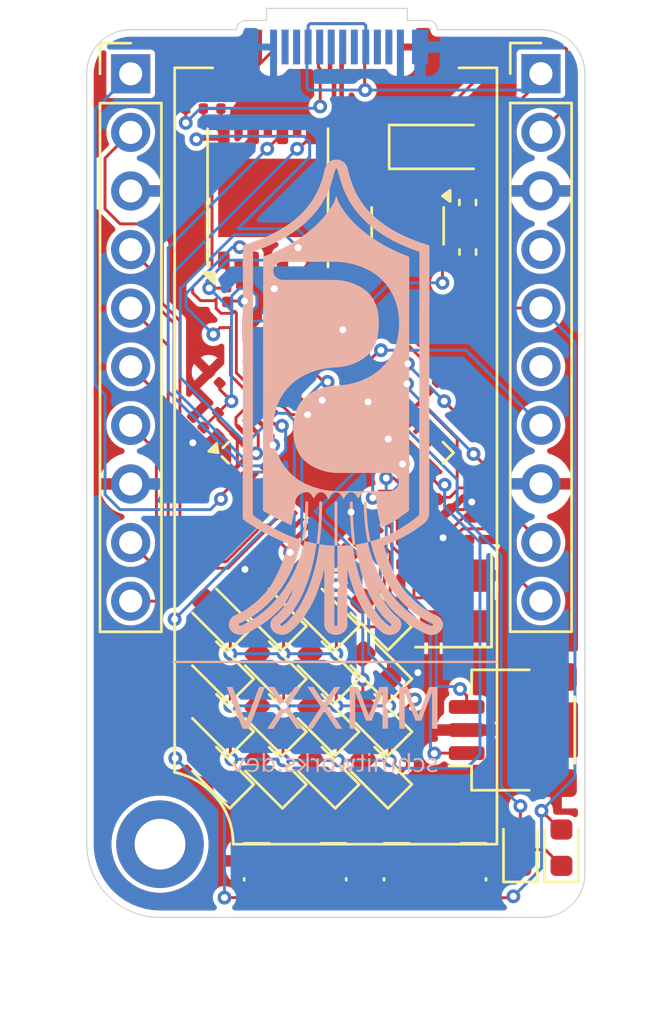
<source format=kicad_pcb>
(kicad_pcb (version 20241229) (generator "pcbnew") (generator_version "9.0")
  (title_block (title "Daedalus") (date "2025-02-17") (rev "A"))
  (layers (0 "F.Cu" signal) (2 "B.Cu" signal) (13 "F.Paste" user) (15 "B.Paste" user) (5 "F.SilkS" user "F.Silkscreen") (7 "B.SilkS" user "B.Silkscreen") (1 "F.Mask" user) (3 "B.Mask" user) (25 "Edge.Cuts" user))
  (net 0 "")
  (net 1 "GND")
  (net 2 "+1V1")
  (net 3 "Net-(D10-K)")
  (net 4 "Net-(D10-A)")
  (net 5 "Net-(D13-A)")
  (net 6 "+3V3")
  (net 7 "+5V")
  (net 8 "/XIN")
  (net 9 "/XOUT")
  (net 10 "VBUS")
  (net 11 "/D+")
  (net 12 "/D-")
  (net 13 "Net-(D1-K)")
  (net 14 "Net-(D3-K)")
  (net 15 "Net-(D11-A)")
  (net 16 "Net-(D12-A)")
  (net 17 "Net-(U3-USB_DP)")
  (net 18 "Net-(U3-USB_DM)")
  (net 19 "Net-(U2-DO(IO1))")
  (net 20 "Net-(U2-IO3)")
  (net 21 "Net-(R1-Pad1)")
  (net 22 "Net-(U2-DI(IO0))")
  (net 23 "Net-(U2-IO2)")
  (net 24 "Net-(U2-CLK)")
  (net 29 "Net-(D3-A)")
  (net 30 "Net-(D4-K)")
  (net 31 "Net-(D12-K)")
  (net 32 "Net-(D16-K)")
  (net 37 "Net-(P1-CC)")
  (net 50 "Net-(J1-Pin_1)")
  (net 51 "Net-(J1-Pin_3)")
  (net 52 "Net-(J2-Pin_10)")
  (net 53 "Net-(J2-Pin_7)")
  (net 55 "Net-(J2-Pin_9)")
  (net 57 "Net-(J4-Pin_1)")
  (net 58 "Net-(J4-Pin_7)")
  (net 59 "Net-(J4-Pin_4)")
  (net 60 "Net-(J4-Pin_10)")
  (net 61 "Net-(J4-Pin_9)")
  (net 62 "Net-(J4-Pin_6)")
  (net 63 "Net-(J4-Pin_2)")
  (net 64 "Net-(J4-Pin_5)")
  (footprint "LED_SMD:LED_0603_1608Metric" (layer "F.Cu") (at 101.2972 66.0882 135)
    (property "Reference" "D13" (hide yes))
    (property "Value" "XL-1608UBC-04")
  )
  (footprint "Connector_PinHeader_2.54mm:PinHeader_1x10_P2.54mm_Vertical" (layer "F.Cu") (at 113.03 38.095)
    (property "Reference" "J2" (hide yes))
    (property "Value" "Conn_01x10")
  )
  (footprint "MountingHole:MountingHole_2.2mm_M2_DIN965_Pad" (layer "F.Cu") (at 96.52 71.496)
    (property "Reference" "H1" (hide yes))
    (property "Value" "MountingHole_Pad")
  )
  (footprint "Diode_SMD:Nexperia_CFP3_SOD-123W" (layer "F.Cu") (at 108.712 41.27)
    (property "Reference" "D2" (hide yes))
    (property "Value" "PMEG6010ELR")
  )
  (footprint "U261-241N-4BS60:U261-241N-4BS60" (layer "F.Cu") (at 104.189962 36.937962)
    (property "Reference" "P1" (hide yes))
    (property "Value" "U261-241N-4BS60")
    (fp_line (start -3.95 -1.15) (end -3.05 -1.15) (stroke (width 0.05)) (layer "Edge.Cuts"))
    (fp_line (start -3.05 -1.675) (end -3.05 -1.15) (stroke (width 0.05)) (layer "Edge.Cuts"))
    (fp_line (start 3.05 -1.675) (end -3.05 -1.675) (stroke (width 0.05)) (layer "Edge.Cuts"))
    (fp_line (start 3.05 -1.675) (end 3.05 -1.15) (stroke (width 0.05)) (layer "Edge.Cuts"))
    (fp_line (start 3.95 -1.15) (end 3.05 -1.15) (stroke (width 0.05)) (layer "Edge.Cuts"))
    (fp_arc (start -4.35 -0.75) (mid -4.232843 -1.032843) (end -3.95 -1.15) (stroke (width 0.05)) (layer "Edge.Cuts"))
    (fp_arc (start 3.95 -1.15) (mid 4.232843 -1.032843) (end 4.35 -0.75) (stroke (width 0.05)) (layer "Edge.Cuts"))
  )
  (footprint "Capacitor_SMD:C_0201_0603Metric" (layer "F.Cu") (at 108.331 51.684 -135)
    (property "Reference" "C16" (hide yes))
    (property "Value" "0.1uF")
  )
  (footprint "Capacitor_SMD:C_0201_0603Metric" (layer "F.Cu") (at 98.881362 51.276762 -45)
    (property "Reference" "C11" (hide yes))
    (property "Value" "0.1uF")
  )
  (footprint "Resistor_SMD:R_0201_0603Metric" (layer "F.Cu") (at 101.727 49.652 -45)
    (property "Reference" "R6" (hide yes))
    (property "Value" "27.4")
  )
  (footprint "LED_SMD:LED_0603_1608Metric" (layer "F.Cu") (at 99.0112 68.3742 135)
    (property "Reference" "D16" (hide yes))
    (property "Value" "XL-1608UBC-04")
  )
  (footprint "LED_SMD:LED_0603_1608Metric" (layer "F.Cu") (at 105.8692 66.0882 135)
    (property "Reference" "D15" (hide yes))
    (property "Value" "XL-1608UBC-04")
  )
  (footprint "Resistor_SMD:R_0201_0603Metric" (layer "F.Cu") (at 107.6402 70.511237 180)
    (property "Reference" "R7" (hide yes))
    (property "Value" "1k")
  )
  (footprint "LED_SMD:LED_0603_1608Metric" (layer "F.Cu") (at 101.2972 61.5162 135)
    (property "Reference" "D5" (hide yes))
    (property "Value" "XL-1608UBC-04")
  )
  (footprint "LED_SMD:LED_0603_1608Metric" (layer "F.Cu") (at 99.0112 66.0882 135)
    (property "Reference" "D12" (hide yes))
    (property "Value" "XL-1608UBC-04")
  )
  (footprint "Capacitor_SMD:C_0201_0603Metric" (layer "F.Cu") (at 105.791 49.144 -135)
    (property "Reference" "C17" (hide yes))
    (property "Value" "0.1uF")
  )
  (footprint "Capacitor_SMD:C_0402_1005Metric" (layer "F.Cu") (at 109.86 45.8255 -90)
    (property "Reference" "C5" (hide yes))
    (property "Value" "10uF")
  )
  (footprint "Capacitor_SMD:C_0201_0603Metric" (layer "F.Cu") (at 98.449562 55.366162 -45)
    (property "Reference" "C15" (hide yes))
    (property "Value" "0.1uF")
  )
  (footprint "LED_SMD:LED_0603_1608Metric" (layer "F.Cu") (at 99.0112 61.5162 135)
    (property "Reference" "D4" (hide yes))
    (property "Value" "XL-1608UBC-04")
  )
  (footprint "Crystal:Crystal_SMD_Abracon_ABM8G-4Pin_3.2x2.5mm" (layer "F.Cu") (at 109.24 60.955 90)
    (property "Reference" "Y1" (hide yes))
    (property "Value" "ABM8-272-T3")
  )
  (footprint "Capacitor_SMD:C_0201_0603Metric" (layer "F.Cu") (at 101.346 58.669 45)
    (property "Reference" "C14" (hide yes))
    (property "Value" "0.1uF")
  )
  (footprint "Resistor_SMD:R_0201_0603Metric" (layer "F.Cu") (at 108.839 56.764 135)
    (property "Reference" "R4" (hide yes))
    (property "Value" "10k")
  )
  (footprint "Capacitor_SMD:C_0201_0603Metric" (layer "F.Cu") (at 99.160762 39.287962 90)
    (property "Reference" "C4" (hide yes))
    (property "Value" "4.7uF")
  )
  (footprint "Capacitor_SMD:C_0201_0603Metric" (layer "F.Cu") (at 106.958562 59.684162 90)
    (property "Reference" "C1" (hide yes))
    (property "Value" "10pF")
  )
  (footprint "Capacitor_SMD:C_0402_1005Metric" (layer "F.Cu") (at 109.855 43.6775 90)
    (property "Reference" "C3" (hide yes))
    (property "Value" "10uF")
  )
  (footprint "LED_SMD:LED_0603_1608Metric" (layer "F.Cu") (at 105.8692 63.8022 135)
    (property "Reference" "D11" (hide yes))
    (property "Value" "XL-1608UBC-04")
  )
  (footprint "Capacitor_SMD:C_0201_0603Metric" (layer "F.Cu") (at 102.997 48.382 -45)
    (property "Reference" "C10" (hide yes))
    (property "Value" "1uF")
  )
  (footprint "LED_SMD:LED_0603_1608Metric" (layer "F.Cu") (at 105.8692 61.5162 135)
    (property "Reference" "D7" (hide yes))
    (property "Value" "XL-1608UBC-04")
  )
  (footprint "LED_SMD:LED_0603_1608Metric" (layer "F.Cu") (at 105.8692 68.3742 135)
    (property "Reference" "D19" (hide yes))
    (property "Value" "XL-1608UBC-04")
  )
  (footprint "Capacitor_SMD:C_0201_0603Metric" (layer "F.Cu") (at 98.806 52.573 -45)
    (property "Reference" "C12" (hide yes))
    (property "Value" "0.1uF")
  )
  (footprint "LED_SMD:LED_0603_1608Metric" (layer "F.Cu") (at 112.141 71.6485 90)
    (property "Reference" "D3" (hide yes))
    (property "Value" "LTST-C193TGKT-5A")
  )
  (footprint "Capacitor_SMD:C_0201_0603Metric" (layer "F.Cu") (at 98.398762 39.287962 90)
    (property "Reference" "C6" (hide yes))
    (property "Value" "0.1uF")
  )
  (footprint "Connector_PinHeader_2.54mm:PinHeader_1x10_P2.54mm_Vertical" (layer "F.Cu") (at 95.25 38.1)
    (property "Reference" "J4" (hide yes))
    (property "Value" "Conn_01x10")
  )
  (footprint "Button_Switch_SMD:SW_SPST_CK_KMS2xxG" (layer "F.Cu") (at 108.44 73.02)
    (property "Reference" "SW2" (hide yes))
    (property "Value" "KMS233G LFG")
  )
  (footprint "LED_SMD:LED_0603_1608Metric" (layer "F.Cu") (at 99.0112 63.8022 135)
    (property "Reference" "D8" (hide yes))
    (property "Value" "XL-1608UBC-04")
  )
  (footprint "LED_SMD:LED_0603_1608Metric" (layer "F.Cu") (at 101.2972 68.3742 135)
    (property "Reference" "D17" (hide yes))
    (property "Value" "XL-1608UBC-04")
  )
  (footprint "Connector_JST:JST_SH_SM03B-SRSS-TB_1x03-1MP_P1.00mm_Horizontal" (layer "F.Cu") (at 111.8108 66.548 90)
    (property "Reference" "J1" (hide yes))
    (property "Value" "SM03B-SRSS-TB(LF)(SN)")
  )
  (footprint "Capacitor_SMD:C_0201_0603Metric" (layer "F.Cu") (at 107.823 57.78 135)
    (property "Reference" "C13" (hide yes))
    (property "Value" "0.1uF")
  )
  (footprint "LED_SMD:LED_0603_1608Metric" (layer "F.Cu") (at 103.5832 61.5162 135)
    (property "Reference" "D6" (hide yes))
    (property "Value" "XL-1608UBC-04")
  )
  (footprint "Capacitor_SMD:C_0201_0603Metric" (layer "F.Cu") (at 100.584 50.795 -45)
    (property "Reference" "C8" (hide yes))
    (property "Value" "0.1uF")
  )
  (footprint "Capacitor_SMD:C_0201_0603Metric" (layer "F.Cu") (at 110.236 58.288 180)
    (property "Reference" "C2" (hide yes))
    (property "Value" "10pF")
  )
  (footprint "Capacitor_SMD:C_0201_0603Metric" (layer "F.Cu") (at 108.331 57.272 135)
    (property "Reference" "C7" (hide yes))
    (property "Value" "0.1uF")
  )
  (footprint "LED_SMD:LED_0603_1608Metric" (layer "F.Cu") (at 103.5832 68.3742 135)
    (property "Reference" "D18" (hide yes))
    (property "Value" "XL-1608UBC-04")
  )
  (footprint "Resistor_SMD:R_0201_0603Metric" (layer "F.Cu") (at 99.414762 47.669962 90)
    (property "Reference" "R1" (hide yes))
    (property "Value" "1k")
  )
  (footprint "Capacitor_SMD:C_0201_0603Metric" (layer "F.Cu") (at 98.171 53.208 -45)
    (property "Reference" "C18" (hide yes))
    (property "Value" "0.1uF")
  )
  (footprint "LED_SMD:LED_0603_1608Metric" (layer "F.Cu") (at 103.5832 66.0882 135)
    (property "Reference" "D14" (hide yes))
    (property "Value" "XL-1608UBC-04")
  )
  (footprint "Resistor_SMD:R_0201_0603Metric" (layer "F.Cu") (at 97.636762 39.287962 90)
    (property "Reference" "R3" (hide yes))
    (property "Value" "5.1k")
  )
  (footprint "Resistor_SMD:R_0201_0603Metric" (layer "F.Cu") (at 107.6452 69.7992 180)
    (property "Reference" "R2" (hide yes))
    (property "Value" "1k")
  )
  (footprint "Package_SON:WSON-8-1EP_6x5mm_P1.27mm_EP3.4x4.3mm" (layer "F.Cu") (at 101.192762 43.478962 90)
    (property "Reference" "U2" (hide yes))
    (property "Value" "W25Q32JVZPIQ")
  )
  (footprint "LED_SMD:LED_0603_1608Metric" (layer "F.Cu") (at 103.5832 63.8022 135)
    (property "Reference" "D10" (hide yes))
    (property "Value" "XL-1608UBC-04")
  )
  (footprint "Button_Switch_SMD:SW_SPST_CK_KMS2xxG" (layer "F.Cu") (at 102.38 73.02)
    (property "Reference" "SW1" (hide yes))
    (property "Value" "KMS233G LFG")
  )
  (footprint "Package_TO_SOT_SMD:SOT-23-5" (layer "F.Cu") (at 107.254 44.6935 -90)
    (property "Reference" "U1" (hide yes))
    (property "Value" "AP2112K-3.3")
  )
  (footprint "Package_DFN_QFN:QFN-56-1EP_7x7mm_P0.4mm_EP3.2x3.2mm" (layer "F.Cu") (at 104.14 54.5268 45)
    (property "Reference" "U3" (hide yes))
    (property "Value" "RP2040")
  )
  (footprint "Resistor_SMD:R_0201_0603Metric" (layer "F.Cu") (at 101.219 50.16 -45)
    (property "Reference" "R5" (hide yes))
    (property "Value" "27.4")
  )
  (footprint "Capacitor_SMD:C_0201_0603Metric" (layer "F.Cu") (at 102.362 49.017 -45)
    (property "Reference" "C9" (hide yes))
    (property "Value" "1uF")
  )
  (footprint "LED_SMD:LED_0603_1608Metric" (layer "F.Cu") (at 101.2972 63.8022 135)
    (property "Reference" "D9" (hide yes))
    (property "Value" "XL-1608UBC-04")
  )
  (footprint "LED_SMD:LED_0603_1608Metric" (layer "F.Cu") (at 113.919 71.6485 90)
    (property "Reference" "D1" (hide yes))
    (property "Value" "KT-0603R")
  )
  (gr_line (start 111.125 37.841) (end 109.474 37.841) (stroke (width 0.12)) (layer "F.SilkS"))
  (gr_arc (start 97.142669 68.382656) (mid 98.975327 69.483098) (end 99.695 71.496) (stroke (width 0.12)) (layer "F.SilkS"))
  (gr_line (start 97.155 37.841) (end 97.155 68.321) (stroke (width 0.12)) (layer "F.SilkS"))
  (gr_line (start 111.125 71.496) (end 111.125 37.841) (stroke (width 0.12)) (layer "F.SilkS"))
  (gr_line (start 98.806 37.841) (end 97.155 37.841) (stroke (width 0.12)) (layer "F.SilkS"))
  (gr_line (start 99.695 71.496) (end 111.125 71.496) (stroke (width 0.12)) (layer "F.SilkS"))
  (gr_poly (pts (xy 101.868859 46.640817) (xy 104.157201 46.643085) (xy 104.255524 46.647652) (xy 104.368366 46.658378) (xy 104.51472 46.679195) (xy 104.687876 46.713445) (xy 104.881129 46.764477) (xy 105.08777 46.835633) (xy 105.194015 46.879804) (xy 105.301091 46.930261) (xy 105.408162 46.987422) (xy 105.514387 47.051706) (xy 105.618928 47.123529) (xy 105.720948 47.203312) (xy 105.819607 47.291471) (xy 105.914067 47.388425) (xy 106.00349 47.494593) (xy 106.087038 47.610392) (xy 106.163871 47.73624) (xy 106.233152 47.872556) (xy 106.294042 48.019758) (xy 106.345702 48.178264) (xy 106.387295 48.348492) (xy 106.417981 48.530861) (xy 106.436923 48.725788) (xy 106.443281 48.93369) (xy 106.443281 48.933688) (xy 106.436923 48.725784) (xy 106.417981 48.530857) (xy 106.387295 48.348488) (xy 106.345702 48.17826) (xy 106.294042 48.019754) (xy 106.233152 47.872552) (xy 106.163871 47.736236) (xy 106.087038 47.610387) (xy 106.00349 47.494589) (xy 105.914067 47.388421) (xy 105.819607 47.291467) (xy 105.720948 47.203308) (xy 105.618928 47.123525) (xy 105.514387 47.051701) (xy 105.408162 46.987418) (xy 105.301091 46.930257) (xy 105.194015 46.8798) (xy 105.08777 46.835629) (xy 104.881129 46.764472) (xy 104.687876 46.713441) (xy 104.51472 46.67919) (xy 104.368366 46.658374) (xy 104.255524 46.647647) (xy 104.157201 46.64308) (xy 101.868857 46.640812)) (stroke (width -0.000001)) (fill yes) (layer "B.SilkS"))
  (gr_poly (pts (xy 102.883062 56.631718) (xy 102.883065 56.631718) (xy 102.88306 56.631718)) (stroke (width -0.000001)) (fill yes) (layer "B.SilkS"))
  (gr_poly (pts (xy 106.436511 49.14158) (xy 106.417183 49.33647) (xy 106.386136 49.518778) (xy 106.344206 49.688924) (xy 106.292232 49.847328) (xy 106.231051 49.99441) (xy 106.1615 50.130589) (xy 106.084418 50.256285) (xy 106.000641 50.371919) (xy 105.911008 50.477909) (xy 105.816356 50.574676) (xy 105.717522 50.66264) (xy 105.615345 50.74222) (xy 105.510661 50.813837) (xy 105.404309 50.87791) (xy 105.297126 50.934859) (xy 105.18995 50.985104) (xy 105.083618 51.029064) (xy 104.876836 51.099811) (xy 104.683483 51.15046) (xy 104.510259 51.184367) (xy 104.363865 51.204893) (xy 104.251001 51.215396) (xy 104.363865 51.204893) (xy 104.510259 51.184367) (xy 104.683483 51.15046) (xy 104.876836 51.099812) (xy 105.083618 51.029064) (xy 105.18995 50.985104) (xy 105.297126 50.934859) (xy 105.404309 50.877911) (xy 105.510661 50.813838) (xy 105.615345 50.742221) (xy 105.717522 50.662641) (xy 105.816356 50.574677) (xy 105.911008 50.47791) (xy 106.000641 50.37192) (xy 106.084418 50.256287) (xy 106.1615 50.130591) (xy 106.231051 49.994412) (xy 106.292232 49.847331) (xy 106.344206 49.688927) (xy 106.386136 49.518782) (xy 106.417183 49.336474) (xy 106.436511 49.141584) (xy 106.443281 48.933692) (xy 106.443281 48.93369)) (stroke (width -0.000001)) (fill yes) (layer "B.SilkS"))
  (gr_poly (pts (xy 105.408779 56.634739) (xy 105.405563 56.634957) (xy 105.402392 56.635318) (xy 105.399273 56.635817) (xy 105.396208 56.636451) (xy 105.393202 56.637216) (xy 105.390258 56.638109) (xy 105.38738 56.639126) (xy 105.384574 56.640264) (xy 105.381841 56.641519) (xy 105.379187 56.642888) (xy 105.376616 56.644366) (xy 105.374131 56.645951) (xy 105.371736 56.647639) (xy 105.369436 56.649426) (xy 105.367234 56.651309) (xy 105.365135 56.653284) (xy 105.363142 56.655348) (xy 105.361259 56.657496) (xy 105.35949 56.659726) (xy 105.35784 56.662034) (xy 105.356311 56.664416) (xy 105.354909 56.666869) (xy 105.353637 56.669389) (xy 105.3525 56.671973) (xy 105.3515 56.674617) (xy 105.350643 56.677318) (xy 105.349931 56.680071) (xy 105.34937 56.682874) (xy 105.348963 56.685722) (xy 105.348714 56.688613) (xy 105.348626 56.691542) (xy 105.356556 57.080911) (xy 105.380428 57.452172) (xy 105.419188 57.805698) (xy 105.471777 58.141862) (xy 105.525283 58.403142) (xy 105.647033 58.370301) (xy 105.596556 58.123524) (xy 105.544805 57.792133) (xy 105.50665 57.443293) (xy 105.483143 57.076605) (xy 105.475333 56.69167) (xy 105.475252 56.68874) (xy 105.475008 56.685849) (xy 105.474606 56.682999) (xy 105.474051 56.680195) (xy 105.473345 56.677441) (xy 105.472493 56.674738) (xy 105.471499 56.672092) (xy 105.470366 56.669506) (xy 105.4691 56.666983) (xy 105.467703 56.664527) (xy 105.466179 56.662142) (xy 105.464534 56.65983) (xy 105.46277 56.657597) (xy 105.460891 56.655444) (xy 105.458903 56.653377) (xy 105.456807 56.651397) (xy 105.454609 56.64951) (xy 105.452313 56.647718) (xy 105.449922 56.646025) (xy 105.447441 56.644435) (xy 105.444872 56.642952) (xy 105.442221 56.641578) (xy 105.439492 56.640317) (xy 105.436688 56.639174) (xy 105.433812 56.638151) (xy 105.430871 56.637252) (xy 105.427866 56.636481) (xy 105.424802 56.635841) (xy 105.421684 56.635336) (xy 105.418515 56.63497) (xy 105.415298 56.634745) (xy 105.412039 56.634666)) (stroke (width -0.000001)) (fill yes) (layer "B.SilkS"))
  (gr_poly (pts (xy 102.065246 47.034578) (xy 102.065252 47.034578) (xy 101.868859 46.640817) (xy 101.868852 46.640817)) (stroke (width -0.000001)) (fill yes) (layer "B.SilkS"))
  (gr_line (start 111.0742 63.595163) (end 97.1042 63.595163) (stroke (width 0.1)) (layer "B.SilkS"))
  (gr_poly (pts (xy 104.810677 56.634517) (xy 104.810678 56.634517) (xy 104.810674 56.634517)) (stroke (width -0.000001)) (fill yes) (layer "B.SilkS"))
  (gr_poly (pts (xy 101.862053 53.505853) (xy 101.868411 53.713757) (xy 101.887353 53.908684) (xy 101.918039 54.091052) (xy 101.959632 54.26128) (xy 102.011292 54.419786) (xy 102.072182 54.566987) (xy 102.141463 54.703303) (xy 102.218296 54.829151) (xy 102.301843 54.94495) (xy 102.391266 55.051117) (xy 102.485727 55.148071) (xy 102.584386 55.23623) (xy 102.686406 55.316013) (xy 102.790947 55.387836) (xy 102.897172 55.45212) (xy 103.004242 55.509281) (xy 103.111319 55.559737) (xy 103.217564 55.603908) (xy 103.424205 55.675065) (xy 103.617457 55.726096) (xy 103.790614 55.760347) (xy 103.936967 55.781163) (xy 104.04981 55.79189) (xy 104.148133 55.796456) (xy 106.436481 55.798724) (xy 106.436479 55.79872) (xy 104.148133 55.796452) (xy 104.04981 55.791885) (xy 103.936967 55.781159) (xy 103.790614 55.760342) (xy 103.617457 55.726092) (xy 103.424205 55.675061) (xy 103.217564 55.603904) (xy 103.111319 55.559733) (xy 103.004242 55.509276) (xy 102.897172 55.452115) (xy 102.790947 55.387832) (xy 102.686406 55.316008) (xy 102.584386 55.236226) (xy 102.485727 55.148067) (xy 102.391266 55.051113) (xy 102.301843 54.944946) (xy 102.218296 54.829147) (xy 102.141463 54.703299) (xy 102.072182 54.566983) (xy 102.011292 54.419781) (xy 101.959632 54.261276) (xy 101.918039 54.091048) (xy 101.887353 53.908679) (xy 101.868411 53.713752) (xy 101.862053 53.505851)) (stroke (width -0.000001)) (fill yes) (layer "B.SilkS"))
  (gr_poly (pts (xy 103.961954 50.837399) (xy 104.152666 51.219769) (xy 104.343356 51.602095) (xy 104.34336 51.602095) (xy 104.15267 51.219768) (xy 103.961959 50.837399)) (stroke (width -0.000001)) (fill yes) (layer "B.SilkS"))
  (gr_poly (pts (xy 103.961959 50.837399) (xy 104.036645 50.830859) (xy 104.153055 50.826426) (xy 104.174064 50.825808) (xy 104.233404 50.822207) (xy 104.275721 50.818469) (xy 104.325548 50.813002) (xy 104.382194 50.805478) (xy 104.444967 50.79557) (xy 104.513177 50.78295) (xy 104.586133 50.76729) (xy 104.663144 50.748263) (xy 104.743518 50.725541) (xy 104.826564 50.698796) (xy 104.911592 50.6677) (xy 104.954633 50.650419) (xy 104.997911 50.631927) (xy 105.041338 50.612183) (xy 105.084829 50.591147) (xy 105.171607 50.545672) (xy 105.257531 50.495573) (xy 105.341947 50.440178) (xy 105.424203 50.378819) (xy 105.503645 50.310826) (xy 105.542107 50.274131) (xy 105.579621 50.235527) (xy 105.616105 50.194929) (xy 105.651478 50.152254) (xy 105.685658 50.107417) (xy 105.718563 50.060336) (xy 105.750112 50.010925) (xy 105.780223 49.959103) (xy 105.808814 49.904784) (xy 105.835805 49.847885) (xy 105.861113 49.788322) (xy 105.884657 49.726012) (xy 105.906354 49.660871) (xy 105.926125 49.592815) (xy 105.943886 49.52176) (xy 105.959556 49.447623) (xy 105.973055 49.370319) (xy 105.984299 49.289766) (xy 105.993207 49.205878) (xy 105.999699 49.118574) (xy 106.003692 49.027768) (xy 106.005104 48.933377) (xy 106.003884 48.838982) (xy 106.000085 48.748166) (xy 105.993789 48.660846) (xy 105.985075 48.576937) (xy 105.974024 48.496357) (xy 105.960716 48.419023) (xy 105.94523 48.34485) (xy 105.927648 48.273757) (xy 105.908049 48.205659) (xy 105.886514 48.140473) (xy 105.863123 48.078116) (xy 105.837955 48.018506) (xy 105.811092 47.961557) (xy 105.782614 47.907188) (xy 105.7526 47.855315) (xy 105.721131 47.805855) (xy 105.688294 47.758723) (xy 105.654177 47.713829) (xy 105.618861 47.67109) (xy 105.582429 47.630424) (xy 105.544964 47.591746) (xy 105.506547 47.554975) (xy 105.467261 47.520025) (xy 105.427187 47.486815) (xy 105.386408 47.455262) (xy 105.345006 47.425281) (xy 105.303064 47.39679) (xy 105.260662 47.369706) (xy 105.217885 47.343945) (xy 105.174813 47.319425) (xy 105.131529 47.296062) (xy 105.088114 47.273772) (xy 105.001278 47.232826) (xy 104.91503 47.196885) (xy 104.830064 47.165625) (xy 104.747071 47.138717) (xy 104.666742 47.115836) (xy 104.58977 47.096657) (xy 104.516845 47.080852) (xy 104.44866 47.068096) (xy 104.329276 47.050425) (xy 104.237151 47.041033) (xy 104.15681 47.036651) (xy 102.065252 47.034578)) (stroke (width -0.000001)) (fill yes) (layer "B.SilkS"))
  (gr_poly (pts (xy 104.807485 56.634601) (xy 104.804334 56.634826) (xy 104.801228 56.635189) (xy 104.798173 56.635688) (xy 104.79517 56.636318) (xy 104.792225 56.637075) (xy 104.789342 56.637958) (xy 104.786523 56.638961) (xy 104.783774 56.640081) (xy 104.781097 56.641316) (xy 104.778497 56.642662) (xy 104.775978 56.644114) (xy 104.773543 56.645671) (xy 104.771196 56.647327) (xy 104.768941 56.649081) (xy 104.766782 56.650927) (xy 104.764723 56.652864) (xy 104.762768 56.654887) (xy 104.76092 56.656993) (xy 104.759184 56.659179) (xy 104.757563 56.66144) (xy 104.756061 56.663774) (xy 104.754682 56.666178) (xy 104.75343 56.668647) (xy 104.752308 56.671178) (xy 104.751321 56.673768) (xy 104.750473 56.676414) (xy 104.749766 56.679111) (xy 104.749206 56.681856) (xy 104.748796 56.684647) (xy 104.74854 56.687479) (xy 104.748441 56.690349) (xy 104.752886 57.078881) (xy 104.7666 57.449281) (xy 104.78897 57.80193) (xy 104.819386 58.137212) (xy 104.857233 58.455507) (xy 104.867666 58.525973) (xy 104.991622 58.509491) (xy 104.981644 58.441987) (xy 104.944208 58.126583) (xy 104.914107 57.794119) (xy 104.891957 57.444204) (xy 104.878372 57.076452) (xy 104.873968 56.690472) (xy 104.873878 56.687671) (xy 104.873634 56.68489) (xy 104.873238 56.682134) (xy 104.872693 56.679406) (xy 104.872001 56.676712) (xy 104.871163 56.674057) (xy 104.870183 56.671444) (xy 104.869062 56.66888) (xy 104.867802 56.666367) (xy 104.866406 56.663912) (xy 104.864876 56.661519) (xy 104.863213 56.659192) (xy 104.861421 56.656937) (xy 104.859502 56.654757) (xy 104.857457 56.652657) (xy 104.855288 56.650643) (xy 104.853012 56.648729) (xy 104.850643 56.646926) (xy 104.848186 56.645238) (xy 104.845647 56.643665) (xy 104.843032 56.64221) (xy 104.840344 56.640875) (xy 104.83759 56.639661) (xy 104.834774 56.638571) (xy 104.831903 56.637606) (xy 104.82898 56.636768) (xy 104.826013 56.636059) (xy 104.823004 56.635482) (xy 104.819961 56.635036) (xy 104.816888 56.634726) (xy 104.813791 56.634552) (xy 104.810677 56.634517)) (stroke (width -0.000001)) (fill yes) (layer "B.SilkS"))
  (gr_poly (pts (xy 104.144069 56.633491) (xy 104.140858 56.633715) (xy 104.137675 56.63408) (xy 104.134525 56.634585) (xy 104.131415 56.635227) (xy 104.128349 56.636005) (xy 104.125333 56.636917) (xy 104.122372 56.63796) (xy 104.119472 56.639132) (xy 104.116637 56.640432) (xy 104.113874 56.641857) (xy 104.111188 56.643405) (xy 104.108583 56.645075) (xy 104.106066 56.646864) (xy 104.103642 56.648771) (xy 104.101316 56.650792) (xy 104.099105 56.652914) (xy 104.097023 56.655123) (xy 104.095074 56.657413) (xy 104.093258 56.65978) (xy 104.091578 56.662219) (xy 104.090037 56.664725) (xy 104.088637 56.667293) (xy 104.087379 56.669919) (xy 104.086266 56.672597) (xy 104.0853 56.675322) (xy 104.084484 56.67809) (xy 104.083819 56.680896) (xy 104.083308 56.683734) (xy 104.082953 56.686601) (xy 104.082756 56.68949) (xy 104.08272 56.692398) (xy 104.080874 58.555828) (xy 104.179161 58.56061) (xy 104.209923 58.560332) (xy 104.211774 56.692529) (xy 104.211742 56.689622) (xy 104.211549 56.686731) (xy 104.211199 56.683864) (xy 104.210693 56.681024) (xy 104.210033 56.678217) (xy 104.209222 56.675447) (xy 104.208262 56.672719) (xy 104.207154 56.670038) (xy 104.205902 56.66741) (xy 104.204507 56.664838) (xy 104.202971 56.662329) (xy 104.201296 56.659886) (xy 104.199485 56.657515) (xy 104.19754 56.65522) (xy 104.195464 56.653007) (xy 104.193257 56.65088) (xy 104.190935 56.648855) (xy 104.188515 56.646945) (xy 104.186002 56.645152) (xy 104.1834 56.643478) (xy 104.180717 56.641925) (xy 104.177956 56.640494) (xy 104.175123 56.63919) (xy 104.172225 56.638012) (xy 104.169265 56.636963) (xy 104.166251 56.636046) (xy 104.163186 56.635262) (xy 104.160077 56.634613) (xy 104.156929 56.634101) (xy 104.153747 56.633729) (xy 104.150537 56.633499) (xy 104.147304 56.633412)) (stroke (width -0.000001)) (fill yes) (layer "B.SilkS"))
  (gr_poly (pts (xy 104.162887 43.393452) (xy 104.162876 43.393452) (xy 104.162864 43.393453) (xy 104.162853 43.393453) (xy 104.162841 43.393454) (xy 104.162831 43.393455) (xy 104.16282 43.393457) (xy 104.153134 43.416489) (xy 104.144369 43.438678) (xy 104.128923 43.481087) (xy 104.101581 43.561944) (xy 104.086954 43.602633) (xy 104.078804 43.623533) (xy 104.069869 43.64499) (xy 104.059978 43.667143) (xy 104.04896 43.690133) (xy 104.036644 43.7141) (xy 104.022861 43.739184) (xy 103.934834 43.885253) (xy 103.834834 44.0335) (xy 103.722527 44.183374) (xy 103.597581 44.334326) (xy 103.459664 44.485806) (xy 103.308443 44.637264) (xy 103.143585 44.78815) (xy 102.964758 44.937914) (xy 102.771629 45.086007) (xy 102.563865 45.231878) (xy 102.341134 45.374978) (xy 102.103104 45.514757) (xy 101.849441 45.650665) (xy 101.579813 45.782152) (xy 101.293887 45.908668) (xy 100.991332 46.029664) (xy 100.980435 57.02993) (xy 101.007913 57.050157) (xy 101.042688 57.073759) (xy 101.133541 57.130449) (xy 101.25183 57.198722) (xy 101.396389 57.277301) (xy 101.566053 57.364908) (xy 101.759657 57.460263) (xy 101.976037 57.56209) (xy 102.214027 57.669111) (xy 102.223889 57.606401) (xy 102.235122 57.545727) (xy 102.260595 57.428904) (xy 102.315833 57.202288) (xy 102.341178 57.086169) (xy 102.352315 57.026023) (xy 102.36206 56.96396) (xy 102.370137 56.899582) (xy 102.37627 56.832496) (xy 102.380182 56.762306) (xy 102.381598 56.688616) (xy 102.381598 56.688075) (xy 102.381602 56.687537) (xy 102.382308 56.664783) (xy 102.384322 56.642282) (xy 102.38761 56.620066) (xy 102.392138 56.598165) (xy 102.397871 56.57661) (xy 102.404775 56.555432) (xy 102.412816 56.534661) (xy 102.421959 56.514328) (xy 102.43217 56.494464) (xy 102.443416 56.4751) (xy 102.455661 56.456267) (xy 102.468871 56.437994) (xy 102.483013 56.420314) (xy 102.498051 56.403256) (xy 102.513952 56.386852) (xy 102.530681 56.371132) (xy 102.548204 56.356127) (xy 102.566487 56.341868) (xy 102.585495 56.328385) (xy 102.605194 56.315709) (xy 102.62555 56.303872) (xy 102.646528 56.292903) (xy 102.668095 56.282834) (xy 102.690215 56.273695) (xy 102.712856 56.265518) (xy 102.735981 56.258332) (xy 102.759558 56.252168) (xy 102.783551 56.247058) (xy 102.807927 56.243032) (xy 102.832652 56.240121) (xy 102.85769 56.238355) (xy 102.883008 56.237766) (xy 102.883609 56.237769) (xy 102.88421 56.23777) (xy 102.899187 56.238252) (xy 102.913505 56.239622) (xy 102.927195 56.241844) (xy 102.940287 56.24488) (xy 102.95281 56.248692) (xy 102.964795 56.253244) (xy 102.976271 56.258498) (xy 102.987269 56.264418) (xy 102.997817 56.270965) (xy 103.007947 56.278102) (xy 103.017688 56.285792) (xy 103.02707 56.293999) (xy 103.036123 56.302684) (xy 103.044878 56.31181) (xy 103.053363 56.321341) (xy 103.061609 56.331238) (xy 103.077503 56.351984) (xy 103.092801 56.37375) (xy 103.122564 56.419149) (xy 103.152813 56.465051) (xy 103.16872 56.487444) (xy 103.185467 56.509069) (xy 103.202417 56.487584) (xy 103.218516 56.465323) (xy 103.24912 56.419678) (xy 103.279189 56.374537) (xy 103.294621 56.352906) (xy 103.310636 56.332302) (xy 103.327473 56.313026) (xy 103.345371 56.295377) (xy 103.354792 56.287256) (xy 103.364568 56.279656) (xy 103.374729 56.272612) (xy 103.385305 56.266163) (xy 103.396325 56.260346) (xy 103.407819 56.255199) (xy 103.419818 56.250759) (xy 103.43235 56.247063) (xy 103.445447 56.244151) (xy 103.459137 56.242057) (xy 103.47345 56.240822) (xy 103.488418 56.240481) (xy 103.504869 56.241118) (xy 103.520673 56.242668) (xy 103.535857 56.245097) (xy 103.550444 56.248367) (xy 103.56446 56.252445) (xy 103.57793 56.257294) (xy 103.59088 56.262879) (xy 103.603334 56.269165) (xy 103.615318 56.276117) (xy 103.626856 56.283698) (xy 103.637975 56.291874) (xy 103.648698 56.300609) (xy 103.659052 56.309868) (xy 103.669061 56.319614) (xy 103.678751 56.329814) (xy 103.688146 56.340431) (xy 103.706155 56.362776) (xy 103.723288 56.386365) (xy 103.739747 56.410916) (xy 103.755733 56.436145) (xy 103.787092 56.487502) (xy 103.802868 56.513065) (xy 103.818975 56.538172) (xy 103.835321 56.513253) (xy 103.851203 56.48779) (xy 103.882447 56.436418) (xy 103.898243 56.411101) (xy 103.914445 56.386425) (xy 103.93127 56.362687) (xy 103.948936 56.340182) (xy 103.96766 56.319206) (xy 103.977486 56.309384) (xy 103.987658 56.300056) (xy 103.998204 56.291258) (xy 104.00915 56.283028) (xy 104.020523 56.275402) (xy 104.032351 56.268417) (xy 104.044661 56.262111) (xy 104.05748 56.256521) (xy 104.070835 56.251683) (xy 104.084753 56.247635) (xy 104.099261 56.244413) (xy 104.114388 56.242055) (xy 104.130159 56.240597) (xy 104.146602 56.240078) (xy 104.149002 56.240078) (xy 104.165473 56.240628) (xy 104.181267 56.242118) (xy 104.196411 56.244513) (xy 104.210933 56.247773) (xy 104.224861 56.251863) (xy 104.238221 56.256744) (xy 104.25104 56.26238) (xy 104.263347 56.268734) (xy 104.275169 56.275769) (xy 104.286533 56.283446) (xy 104.297466 56.29173) (xy 104.307995 56.300582) (xy 104.318149 56.309967) (xy 104.327954 56.319845) (xy 104.337438 56.330182) (xy 104.346628 56.340938) (xy 104.364236 56.363564) (xy 104.380998 56.387424) (xy 104.397131 56.412222) (xy 104.412854 56.43766) (xy 104.44395 56.489268) (xy 104.45976 56.514844) (xy 104.476036 56.53987) (xy 104.507933 56.489346) (xy 104.539399 56.438127) (xy 104.555461 56.412963) (xy 104.572005 56.388474) (xy 104.589227 56.364941) (xy 104.607324 56.342647) (xy 104.626492 56.321876) (xy 104.646929 56.302909) (xy 104.657684 56.294191) (xy 104.66883 56.286029) (xy 104.680391 56.278461) (xy 104.692392 56.27152) (xy 104.704857 56.265243) (xy 104.717811 56.259664) (xy 104.731279 56.254818) (xy 104.745285 56.250742) (xy 104.759854 56.247471) (xy 104.77501 56.245039) (xy 104.790778 56.243483) (xy 104.807182 56.242837) (xy 104.822142 56.24321) (xy 104.836456 56.244476) (xy 104.850154 56.246597) (xy 104.863263 56.249536) (xy 104.875814 56.253257) (xy 104.887836 56.25772) (xy 104.899358 56.262889) (xy 104.910409 56.268726) (xy 104.92102 56.275194) (xy 104.931219 56.282256) (xy 104.941035 56.289874) (xy 104.950498 56.298011) (xy 104.959638 56.306629) (xy 104.968483 56.31569) (xy 104.985407 56.334995) (xy 105.110786 56.51203) (xy 105.234986 56.334441) (xy 105.251756 56.315047) (xy 105.269599 56.297271) (xy 105.278997 56.289083) (xy 105.288754 56.281412) (xy 105.298898 56.274295) (xy 105.309459 56.267769) (xy 105.320468 56.261871) (xy 105.331955 56.25664) (xy 105.343949 56.252112) (xy 105.356479 56.248325) (xy 105.369577 56.245315) (xy 105.383271 56.243121) (xy 105.397592 56.241779) (xy 105.41257 56.241328) (xy 105.437886 56.241967) (xy 105.462921 56.243781) (xy 105.48764 56.246741) (xy 105.512008 56.250815) (xy 105.535991 56.255972) (xy 105.559556 56.262182) (xy 105.582667 56.269413) (xy 105.605291 56.277636) (xy 105.627394 56.286818) (xy 105.648941 56.29693) (xy 105.669897 56.30794) (xy 105.69023 56.319817) (xy 105.709904 56.332532) (xy 105.728886 56.346052) (xy 105.74714 56.360347) (xy 105.764633 56.375387) (xy 105.781331 56.39114) (xy 105.7972 56.407575) (xy 105.812205 56.424663) (xy 105.826311 56.442371) (xy 105.839485 56.460669) (xy 105.851693 56.479527) (xy 105.8629 56.498914) (xy 105.873072 56.518798) (xy 105.882175 56.539148) (xy 105.890175 56.559935) (xy 105.897037 56.581127) (xy 105.902727 56.602694) (xy 105.907211 56.624604) (xy 105.910455 56.646826) (xy 105.912424 56.669331) (xy 105.913085 56.692086) (xy 105.914443 56.773915) (xy 105.918494 56.852013) (xy 105.924951 56.926785) (xy 105.933526 56.998635) (xy 105.943934 57.06797) (xy 105.955888 57.135195) (xy 105.983286 57.264932) (xy 106.04402 57.516905) (xy 106.072769 57.645624) (xy 106.085736 57.712084) (xy 106.097383 57.780485) (xy 106.246472 57.711876) (xy 106.396453 57.636156) (xy 106.547298 57.553314) (xy 106.698982 57.463342) (xy 106.851479 57.366229) (xy 107.004761 57.261966) (xy 107.158804 57.150544) (xy 107.313581 57.031953) (xy 107.321603 48.934245) (xy 106.881506 48.934245) (xy 106.873378 49.164834) (xy 106.850141 49.38343) (xy 106.812816 49.590202) (xy 106.762425 49.785319) (xy 106.699987 49.96895) (xy 106.626524 50.141264) (xy 106.543056 50.302429) (xy 106.450604 50.452614) (xy 106.350188 50.591989) (xy 106.242829 50.720722) (xy 106.129549 50.838982) (xy 106.011366 50.946937) (xy 105.889303 51.044757) (xy 105.764379 51.132611) (xy 105.637616 51.210666) (xy 105.510034 51.279093) (xy 105.382592 51.3388) (xy 105.256228 51.390932) (xy 105.131925 51.436003) (xy 105.010671 51.474526) (xy 104.893451 51.507015) (xy 104.781252 51.533983) (xy 104.675058 51.555944) (xy 104.575857 51.573413) (xy 104.402375 51.596927) (xy 104.34336 51.602095) (xy 106.240066 55.404915) (xy 106.436306 55.40511) (xy 106.458016 55.405594) (xy 106.47958 55.407037) (xy 106.50096 55.409424) (xy 106.522122 55.412743) (xy 106.543029 55.41698) (xy 106.563645 55.422121) (xy 106.583935 55.428154) (xy 106.603862 55.435065) (xy 106.623391 55.442841) (xy 106.642486 55.451468) (xy 106.661111 55.460933) (xy 106.67923 55.471222) (xy 106.696807 55.482323) (xy 106.713807 55.494221) (xy 106.730193 55.506904) (xy 106.745929 55.520358) (xy 106.760948 55.534497) (xy 106.775106 55.549224) (xy 106.788391 55.564504) (xy 106.800786 55.580307) (xy 106.812276 55.596599) (xy 106.822847 55.613348) (xy 106.832484 55.630523) (xy 106.841171 55.648089) (xy 106.848894 55.666016) (xy 106.855638 55.68427) (xy 106.861388 55.70282) (xy 106.866129 55.721633) (xy 106.869845 55.740676) (xy 106.872523 55.759917) (xy 106.874147 55.779324) (xy 106.874702 55.798865) (xy 106.874109 55.818403) (xy 106.872448 55.837806) (xy 106.869732 55.857041) (xy 106.865978 55.876076) (xy 106.861199 55.894878) (xy 106.855413 55.913416) (xy 106.848632 55.931656) (xy 106.840873 55.949567) (xy 106.832151 55.967116) (xy 106.822479 55.984271) (xy 106.811875 56.000999) (xy 106.800352 56.017269) (xy 106.787925 56.033047) (xy 106.774611 56.048302) (xy 106.760423 56.063002) (xy 106.745376 56.077113) (xy 106.729646 56.090608) (xy 106.713262 56.10333) (xy 106.696262 56.115266) (xy 106.678682 56.126403) (xy 106.660556 56.136728) (xy 106.641922 56.146226) (xy 106.622816 56.154884) (xy 106.603272 56.162689) (xy 106.583328 56.169628) (xy 106.563019 56.175686) (xy 106.542381 56.180851) (xy 106.52145 56.185109) (xy 106.500263 56.188446) (xy 106.478855 56.190849) (xy 106.457262 56.192305) (xy 106.435521 56.1928) (xy 104.147743 56.190536) (xy 104.117326 56.190004) (xy 104.03134 56.185697) (xy 103.969977 56.180856) (xy 103.897682 56.173547) (xy 103.815442 56.16326) (xy 103.724246 56.149487) (xy 103.625079 56.131721) (xy 103.518929 56.109452) (xy 103.406782 56.082172) (xy 103.289627 56.049372) (xy 103.168448 56.010545) (xy 103.106659 55.988713) (xy 103.044235 55.965182) (xy 102.981298 55.939891) (xy 102.917973 55.912775) (xy 102.854383 55.883771) (xy 102.79065 55.852815) (xy 102.663204 55.784137) (xy 102.536596 55.705831) (xy 102.411847 55.617731) (xy 102.289978 55.519669) (xy 102.172009 55.41148) (xy 102.114807 55.353535) (xy 102.058963 55.292996) (xy 102.004605 55.229841) (xy 101.95186 55.16405) (xy 101.900856 55.095602) (xy 101.85172 55.024476) (xy 101.804581 54.950652) (xy 101.759566 54.874107) (xy 101.716802 54.794823) (xy 101.676418 54.712777) (xy 101.63854 54.627949) (xy 101.603296 54.540318) (xy 101.570814 54.449863) (xy 101.541222 54.356563) (xy 101.514648 54.260398) (xy 101.491218 54.161346) (xy 101.47106 54.059388) (xy 101.454303 53.954501) (xy 101.441074 53.846665) (xy 101.431499 53.73586) (xy 101.425708 53.622064) (xy 101.423827 53.505257) (xy 101.431956 53.274667) (xy 101.455193 53.056071) (xy 101.492518 52.849299) (xy 101.542909 52.654181) (xy 101.605347 52.47055) (xy 101.67881 52.298236) (xy 101.762278 52.137071) (xy 101.85473 51.986885) (xy 101.955146 51.84751) (xy 102.062504 51.718777) (xy 102.175785 51.600518) (xy 102.293968 51.492562) (xy 102.416031 51.394742) (xy 102.540955 51.306888) (xy 102.667718 51.228832) (xy 102.7953 51.160405) (xy 102.922742 51.100696) (xy 103.049108 51.048562) (xy 103.173411 51.003491) (xy 103.294665 50.964967) (xy 103.411885 50.932478) (xy 103.524085 50.905509) (xy 103.630279 50.883548) (xy 103.729481 50.866079) (xy 103.902963 50.842565) (xy 103.961954 50.837399) (xy 102.065246 47.034578) (xy 101.869023 47.034383) (xy 101.847313 47.033898) (xy 101.82575 47.032455) (xy 101.80437 47.030067) (xy 101.783208 47.026748) (xy 101.762302 47.022512) (xy 101.741686 47.01737) (xy 101.721396 47.011337) (xy 101.701469 47.004426) (xy 101.68194 46.996651) (xy 101.662845 46.988024) (xy 101.64422 46.97856) (xy 101.626101 46.968271) (xy 101.608524 46.95717) (xy 101.591524 46.945272) (xy 101.575137 46.932589) (xy 101.5594 46.919135) (xy 101.544382 46.904994) (xy 101.530223 46.890267) (xy 101.516938 46.874985) (xy 101.504543 46.859182) (xy 101.493052 46.842889) (xy 101.482481 46.82614) (xy 101.472844 46.808965) (xy 101.464156 46.791398) (xy 101.456433 46.773472) (xy 101.449688 46.755217) (xy 101.443938 46.736668) (xy 101.439197 46.717855) (xy 101.43548 46.698812) (xy 101.432802 46.679571) (xy 101.431178 46.660164) (xy 101.430623 46.640624) (xy 101.431217 46.621087) (xy 101.43288 46.601685) (xy 101.435597 46.582451) (xy 101.439352 46.563417) (xy 101.44413 46.544615) (xy 101.449918 46.526078) (xy 101.456698 46.507838) (xy 101.464457 46.489927) (xy 101.47318 46.472378) (xy 101.482851 46.455223) (xy 101.493455 46.438495) (xy 101.504978 46.422225) (xy 101.517404 46.406446) (xy 101.530719 46.391191) (xy 101.544907 46.376491) (xy 101.559953 46.36238) (xy 101.567665 46.355619) (xy 101.575551 46.349037) (xy 101.583608 46.342638) (xy 101.591831 46.336423) (xy 101.600216 46.330394) (xy 101.60876 46.324555) (xy 101.617457 46.318908) (xy 101.626304 46.313455) (xy 101.635298 46.308198) (xy 101.644433 46.30314) (xy 101.653706 46.298284) (xy 101.663113 46.293631) (xy 101.67265 46.289185) (xy 101.682312 46.284947) (xy 101.692095 46.280921) (xy 101.701997 46.277108) (xy 101.712022 46.273546) (xy 101.722132 46.270211) (xy 101.732321 46.267102) (xy 101.742584 46.264222) (xy 101.752917 46.26157) (xy 101.763314 46.259148) (xy 101.773771 46.256956) (xy 101.784284 46.254996) (xy 101.794847 46.253268) (xy 101.805455 46.251773) (xy 101.816104 46.250512) (xy 101.82679 46.249485) (xy 101.837506 46.248695) (xy 101.848249 46.248141) (xy 101.859014 46.247824) (xy 101.869796 46.247746) (xy 104.157591 46.250014) (xy 104.188008 46.250498) (xy 104.273993 46.254678) (xy 104.335356 46.259434) (xy 104.407651 46.26665) (xy 104.48989 46.276837) (xy 104.581086 46.290507) (xy 104.680252 46.308172) (xy 104.786402 46.330344) (xy 104.898548 46.357535) (xy 105.015704 46.390256) (xy 105.136881 46.42902) (xy 105.19867 46.450828) (xy 105.261095 46.474338) (xy 105.324031 46.499614) (xy 105.387356 46.526721) (xy 105.450947 46.555723) (xy 105.514679 46.586682) (xy 105.578443 46.619832) (xy 105.642124 46.655374) (xy 105.705596 46.69333) (xy 105.768731 46.733718) (xy 105.831401 46.77656) (xy 105.893478 46.821873) (xy 105.954836 46.86968) (xy 106.015347 46.919999) (xy 106.074882 46.97285) (xy 106.133315 47.028253) (xy 106.190517 47.086227) (xy 106.246362 47.146794) (xy 106.300721 47.209972) (xy 106.353468 47.275781) (xy 106.404474 47.344241) (xy 106.453612 47.415373) (xy 106.500753 47.489195) (xy 106.54577 47.565729) (xy 106.588535 47.644997) (xy 106.628921 47.727021) (xy 106.666799 47.811823) (xy 106.702043 47.899424) (xy 106.734524 47.989847) (xy 106.764116 48.083113) (xy 106.79069 48.179245) (xy 106.81412 48.278265) (xy 106.834276 48.380194) (xy 106.851033 48.485054) (xy 106.864262 48.592867) (xy 106.873835 48.703655) (xy 106.879626 48.817441) (xy 106.881506 48.934245) (xy 107.321603 48.934245) (xy 107.324474 46.035929) (xy 107.022225 45.914315) (xy 106.736646 45.787216) (xy 106.4674 45.65518) (xy 106.214152 45.518758) (xy 105.976567 45.378498) (xy 105.75431 45.23495) (xy 105.547046 45.088663) (xy 105.354438 44.940187) (xy 105.176153 44.790069) (xy 105.011854 44.638861) (xy 104.861206 44.48711) (xy 104.723875 44.335367) (xy 104.599524 44.18418) (xy 104.487819 44.034099) (xy 104.388424 43.885673) (xy 104.301003 43.739452) (xy 104.287327 43.714337) (xy 104.275126 43.690342) (xy 104.264228 43.667327) (xy 104.254462 43.645151) (xy 104.245654 43.623673) (xy 104.237634 43.602755) (xy 104.223268 43.562033) (xy 104.196418 43.481125) (xy 104.181184 43.438695) (xy 104.172512 43.416495) (xy 104.162908 43.393452)) (stroke (width -0.000001)) (fill yes) (layer "B.SilkS"))
  (gr_poly (pts (xy 103.941474 51.234643) (xy 103.795079 51.25517) (xy 103.621855 51.289077) (xy 103.428502 51.339725) (xy 103.22172 51.410473) (xy 103.115388 51.454433) (xy 103.008211 51.504678) (xy 102.901028 51.561627) (xy 102.794676 51.6257) (xy 102.689992 51.697316) (xy 102.587815 51.776897) (xy 102.488981 51.864861) (xy 102.394329 51.961628) (xy 102.304695 52.067618) (xy 102.220918 52.183252) (xy 102.143836 52.308948) (xy 102.074285 52.445127) (xy 102.013103 52.592209) (xy 101.961129 52.750613) (xy 101.919199 52.920759) (xy 101.888151 53.103067) (xy 101.868823 53.297957) (xy 101.862053 53.505849) (xy 101.862053 53.505851) (xy 101.868823 53.297961) (xy 101.888151 53.10307) (xy 101.919199 52.920762) (xy 101.961129 52.750615) (xy 102.013103 52.592211) (xy 102.074285 52.445129) (xy 102.143836 52.30895) (xy 102.220918 52.183254) (xy 102.304695 52.06762) (xy 102.394329 51.961629) (xy 102.488981 51.864862) (xy 102.587815 51.776898) (xy 102.689992 51.697317) (xy 102.794676 51.625701) (xy 102.901028 51.561628) (xy 103.008211 51.504679) (xy 103.115388 51.454434) (xy 103.22172 51.410473) (xy 103.428502 51.339726) (xy 103.621855 51.289077) (xy 103.795079 51.25517) (xy 103.941474 51.234644) (xy 104.054337 51.22414)) (stroke (width -0.000001)) (fill yes) (layer "B.SilkS"))
  (gr_poly (pts (xy 104.268694 51.608634) (xy 104.152283 51.613067) (xy 104.131274 51.613685) (xy 104.071934 51.617286) (xy 104.029617 51.621024) (xy 103.97979 51.626492) (xy 103.923144 51.634016) (xy 103.86037 51.643924) (xy 103.79216 51.656544) (xy 103.719204 51.672204) (xy 103.642193 51.691231) (xy 103.561819 51.713954) (xy 103.478772 51.740699) (xy 103.393743 51.771796) (xy 103.350702 51.789077) (xy 103.307424 51.80757) (xy 103.263996 51.827314) (xy 103.220505 51.84835) (xy 103.177048 51.870552) (xy 103.133719 51.893828) (xy 103.090599 51.918261) (xy 103.047771 51.943936) (xy 103.005317 51.970935) (xy 102.963319 51.999342) (xy 102.921858 52.029241) (xy 102.881017 52.060713) (xy 102.840878 52.093844) (xy 102.801522 52.128716) (xy 102.763033 52.165412) (xy 102.725491 52.204016) (xy 102.688978 52.244611) (xy 102.653578 52.287281) (xy 102.619371 52.332109) (xy 102.58644 52.379178) (xy 102.554873 52.428576) (xy 102.524757 52.480389) (xy 102.49617 52.5347) (xy 102.469195 52.591594) (xy 102.443909 52.651154) (xy 102.420394 52.713463) (xy 102.398729 52.778605) (xy 102.378995 52.846663) (xy 102.361272 52.91772) (xy 102.345639 52.991861) (xy 102.332177 53.069168) (xy 102.320966 53.149726) (xy 102.312085 53.233616) (xy 102.305616 53.320924) (xy 102.301637 53.411733) (xy 102.30023 53.506125) (xy 102.305268 53.691332) (xy 102.320329 53.862554) (xy 102.344759 54.020459) (xy 102.377904 54.165718) (xy 102.419108 54.298998) (xy 102.467718 54.420967) (xy 102.52308 54.532295) (xy 102.584539 54.633651) (xy 102.651442 54.725703) (xy 102.723134 54.809119) (xy 102.79896 54.884569) (xy 102.878268 54.95272) (xy 102.960401 55.014243) (xy 103.044707 55.069804) (xy 103.130531 55.120074) (xy 103.217219 55.165721) (xy 103.304056 55.206666) (xy 103.390303 55.242606) (xy 103.475269 55.273867) (xy 103.558263 55.300774) (xy 103.638591 55.323655) (xy 103.715564 55.342834) (xy 103.788488 55.358639) (xy 103.856673 55.371395) (xy 103.976057 55.389067) (xy 104.068183 55.398459) (xy 104.148523 55.402842) (xy 106.240064 55.404915) (xy 104.343356 51.602095)) (stroke (width -0.000001)) (fill yes) (layer "B.SilkS"))
  (gr_poly (pts (xy 104.137836 41.816564) (xy 104.114511 41.818387) (xy 104.091468 41.821335) (xy 104.068782 41.825319) (xy 104.046527 41.830252) (xy 104.024779 41.836047) (xy 104.00361 41.842617) (xy 103.983097 41.849873) (xy 103.963313 41.857729) (xy 103.944334 41.866096) (xy 103.926233 41.874888) (xy 103.909086 41.884016) (xy 103.892967 41.893393) (xy 103.877951 41.902933) (xy 103.864113 41.912546) (xy 103.851526 41.922147) (xy 103.84001 41.931632) (xy 103.829296 41.940955) (xy 103.819342 41.950109) (xy 103.810106 41.959092) (xy 103.801546 41.967897) (xy 103.793619 41.976521) (xy 103.786284 41.984958) (xy 103.779499 41.993205) (xy 103.773221 42.001255) (xy 103.767408 42.009106) (xy 103.762019 42.016751) (xy 103.757011 42.024187) (xy 103.74797 42.038411) (xy 103.739949 42.05174) (xy 103.732636 42.064325) (xy 103.725949 42.076365) (xy 103.719843 42.087901) (xy 103.714273 42.098972) (xy 103.709195 42.109616) (xy 103.704563 42.119874) (xy 103.700333 42.129785) (xy 103.696459 42.139388) (xy 103.689602 42.157827) (xy 103.683632 42.175506) (xy 103.672917 42.209844) (xy 103.66264 42.244273) (xy 103.652869 42.279142) (xy 103.633987 42.351108) (xy 103.614551 42.427553) (xy 103.592839 42.51029) (xy 103.567684 42.600121) (xy 103.538625 42.696338) (xy 103.504949 42.79848) (xy 103.465943 42.906089) (xy 103.420893 43.018704) (xy 103.369087 43.135866) (xy 103.340427 43.196009) (xy 103.309811 43.257116) (xy 103.277149 43.31913) (xy 103.242352 43.381994) (xy 103.166142 43.510084) (xy 103.08051 43.6409) (xy 102.984578 43.773875) (xy 102.877469 43.90844) (xy 102.758307 44.044029) (xy 102.626213 44.180073) (xy 102.480311 44.316005) (xy 102.319724 44.451257) (xy 102.143574 44.585262) (xy 101.950985 44.717451) (xy 101.741079 44.847257) (xy 101.51298 44.974112) (xy 101.265809 45.09745) (xy 100.99869 45.216701) (xy 100.710746 45.331298) (xy 100.4011 45.440675) (xy 100.115925 45.535291) (xy 100.104177 57.394951) (xy 100.243681 57.511081) (xy 100.380285 57.601908) (xy 100.542742 57.703913) (xy 100.760594 57.8334) (xy 101.028307 57.982685) (xy 101.34035 58.144081) (xy 101.511266 58.22692) (xy 101.69119 58.309905) (xy 101.87943 58.392075) (xy 102.075296 58.472471) (xy 102.026433 58.646268) (xy 101.975282 58.815767) (xy 101.921899 58.980774) (xy 101.866344 59.141099) (xy 101.808673 59.296549) (xy 101.748945 59.446933) (xy 101.687219 59.59206) (xy 101.623551 59.731737) (xy 101.557999 59.865773) (xy 101.490623 59.993976) (xy 101.421479 60.116154) (xy 101.350627 60.232116) (xy 101.278123 60.341669) (xy 101.204025 60.444622) (xy 101.128393 60.540784) (xy 101.051283 60.629962) (xy 100.990398 60.695679) (xy 100.929979 60.758463) (xy 100.870125 60.818368) (xy 100.810929 60.875452) (xy 100.75249 60.929768) (xy 100.694902 60.981374) (xy 100.638262 61.030324) (xy 100.582666 61.076675) (xy 100.52821 61.12048) (xy 100.47499 61.161797) (xy 100.372643 61.237186) (xy 100.276395 61.303286) (xy 100.187013 61.360542) (xy 100.105267 61.409397) (xy 100.031926 61.450296) (xy 99.967759 61.483684) (xy 99.913534 61.510005) (xy 99.837988 61.543224) (xy 99.811439 61.553506) (xy 99.812645 61.553507) (xy 99.813843 61.553511) (xy 99.790689 61.562529) (xy 99.768272 61.572534) (xy 99.746612 61.583487) (xy 99.725727 61.595349) (xy 99.705638 61.608079) (xy 99.686363 61.621639) (xy 99.667921 61.635989) (xy 99.650332 61.65109) (xy 99.633616 61.666902) (xy 99.61779 61.683386) (xy 99.602875 61.700503) (xy 99.58889 61.718213) (xy 99.575853 61.736477) (xy 99.563785 61.755255) (xy 99.552704 61.774509) (xy 99.54263 61.794199) (xy 99.533581 61.814284) (xy 99.525578 61.834727) (xy 99.518639 61.855487) (xy 99.512784 61.876526) (xy 99.508031 61.897804) (xy 99.5044 61.919281) (xy 99.501911 61.940918) (xy 99.500582 61.962676) (xy 99.500433 61.984515) (xy 99.501483 62.006396) (xy 99.503751 62.02828) (xy 99.507257 62.050126) (xy 99.512019 62.071897) (xy 99.518057 62.093552) (xy 99.52539 62.115053) (xy 99.534038 62.136359) (xy 99.534336 62.136629) (xy 99.534636 62.136898) (xy 99.53524 62.137438) (xy 99.53524 62.138517) (xy 99.545283 62.15933) (xy 99.55643 62.17948) (xy 99.568637 62.198951) (xy 99.58186 62.217725) (xy 99.596055 62.235784) (xy 99.611177 62.253112) (xy 99.627182 62.269691) (xy 99.644027 62.285503) (xy 99.680055 62.314761) (xy 99.718909 62.340745) (xy 99.760234 62.363319) (xy 99.803676 62.382343) (xy 99.848881 62.397679) (xy 99.895495 62.409188) (xy 99.943165 62.416732) (xy 99.991536 62.420172) (xy 100.040255 62.41937) (xy 100.064634 62.417335) (xy 100.088967 62.414188) (xy 100.113211 62.409911) (xy 100.13732 62.404487) (xy 100.16125 62.397898) (xy 100.184958 62.390128) (xy 100.187362 62.389049) (xy 100.18856 62.388508) (xy 100.189162 62.388239) (xy 100.189766 62.387974) (xy 100.33482 62.324531) (xy 100.500157 62.24118) (xy 100.601366 62.185415) (xy 100.71316 62.119808) (xy 100.834208 62.044021) (xy 100.963177 61.957718) (xy 101.098736 61.86056) (xy 101.239552 61.752209) (xy 101.384294 61.63233) (xy 101.531631 61.500584) (xy 101.680231 61.356633) (xy 101.82876 61.200141) (xy 101.859833 61.163928) (xy 101.890124 61.1248) (xy 101.919731 61.083084) (xy 101.948749 61.039107) (xy 101.977274 60.993196) (xy 102.005401 60.945679) (xy 102.060846 60.847129) (xy 102.171181 60.64513) (xy 102.227604 60.54691) (xy 102.256464 60.499639) (xy 102.285884 60.45403) (xy 102.279541 60.468372) (xy 102.273321 60.483925) (xy 102.261184 60.517913) (xy 102.249332 60.554496) (xy 102.237624 60.592175) (xy 102.22592 60.629451) (xy 102.214078 60.664826) (xy 102.208061 60.681333) (xy 102.201957 60.696801) (xy 102.195748 60.711045) (xy 102.189416 60.723877) (xy 102.153588 60.790085) (xy 102.11796 60.853265) (xy 102.08261 60.913469) (xy 102.047614 60.970752) (xy 102.013048 61.025168) (xy 101.978988 61.07677) (xy 101.945511 61.125613) (xy 101.912693 61.17175) (xy 101.880611 61.215236) (xy 101.849341 61.256123) (xy 101.818958 61.294467) (xy 101.78954 61.33032) (xy 101.733901 61.394772) (xy 101.683036 61.44991) (xy 101.671128 61.462336) (xy 101.659755 61.474085) (xy 101.648907 61.485177) (xy 101.638573 61.495628) (xy 101.628743 61.505459) (xy 101.619408 61.514686) (xy 101.610555 61.52333) (xy 101.602176 61.531407) (xy 101.586797 61.54594) (xy 101.573186 61.558432) (xy 101.561263 61.569031) (xy 101.550945 61.577886) (xy 101.542149 61.585145) (xy 101.534793 61.590955) (xy 101.528795 61.595466) (xy 101.524072 61.598824) (xy 101.520542 61.601178) (xy 101.518123 61.602676) (xy 101.516286 61.603697) (xy 101.515084 61.604776) (xy 101.514483 61.605315) (xy 101.513882 61.605851) (xy 101.493652 61.61937) (xy 101.474396 61.633697) (xy 101.456125 61.648792) (xy 101.438844 61.664611) (xy 101.422564 61.681112) (xy 101.407292 61.698252) (xy 101.393036 61.715991) (xy 101.379805 61.734284) (xy 101.367608 61.753091) (xy 101.356451 61.772368) (xy 101.346344 61.792074) (xy 101.337295 61.812165) (xy 101.329313 61.832601) (xy 101.322404 61.853338) (xy 101.316579 61.874335) (xy 101.311845 61.895549) (xy 101.30821 61.916937) (xy 101.305682 61.938458) (xy 101.304271 61.960069) (xy 101.303984 61.981728) (xy 101.304829 62.003392) (xy 101.306816 62.02502) (xy 101.309951 62.046569) (xy 101.314244 62.067996) (xy 101.319702 62.08926) (xy 101.326334 62.110319) (xy 101.334149 62.131129) (xy 101.343154 62.151649) (xy 101.353358 62.171836) (xy 101.364769 62.191649) (xy 101.377396 62.211044) (xy 101.391246 62.22998) (xy 101.391246 62.231059) (xy 101.391843 62.2316) (xy 101.392444 62.232138) (xy 101.407488 62.250324) (xy 101.423433 62.267633) (xy 101.440231 62.284059) (xy 101.457834 62.299593) (xy 101.476196 62.31423) (xy 101.49527 62.32796) (xy 101.515009 62.340776) (xy 101.535365 62.352672) (xy 101.577742 62.373671) (xy 101.622025 62.390897) (xy 101.667838 62.404289) (xy 101.714804 62.41379) (xy 101.762547 62.419338) (xy 101.81069 62.420874) (xy 101.858858 62.418338) (xy 101.906673 62.411672) (xy 101.930332 62.406771) (xy 101.95376 62.400814) (xy 101.976913 62.393795) (xy 101.999742 62.385706) (xy 102.022201 62.376539) (xy 102.044243 62.366288) (xy 102.06582 62.354943) (xy 102.086886 62.342499) (xy 102.088083 62.342499) (xy 102.088684 62.341959) (xy 102.088985 62.34169) (xy 102.089285 62.341425) (xy 102.118404 62.321266) (xy 102.152194 62.296469) (xy 102.196486 62.262216) (xy 102.249542 62.218773) (xy 102.309623 62.166409) (xy 102.341755 62.136964) (xy 102.37499 62.105389) (xy 102.409113 62.071718) (xy 102.443905 62.035982) (xy 102.515788 61.957926) (xy 102.591547 61.869797) (xy 102.670557 61.771262) (xy 102.752191 61.661985) (xy 102.835823 61.541633) (xy 102.920826 61.409873) (xy 103.006573 61.266369) (xy 103.04953 61.19011) (xy 103.092438 61.110789) (xy 103.168045 60.95983) (xy 103.242 60.795671) (xy 103.314139 60.619089) (xy 103.384297 60.430864) (xy 103.452312 60.231772) (xy 103.518018 60.022593) (xy 103.581252 59.804102) (xy 103.641849 59.57708) (xy 103.639476 61.976) (xy 103.640212 61.998725) (xy 103.642249 62.021198) (xy 103.645554 62.043388) (xy 103.650092 62.065265) (xy 103.655829 62.086797) (xy 103.662731 62.107956) (xy 103.670765 62.128709) (xy 103.679897 62.149027) (xy 103.690092 62.168879) (xy 103.701316 62.188235) (xy 103.713536 62.207064) (xy 103.726718 62.225336) (xy 103.740828 62.24302) (xy 103.755831 62.260086) (xy 103.771694 62.276502) (xy 103.788382 62.29224) (xy 103.805863 62.307267) (xy 103.824101 62.321554) (xy 103.843064 62.335071) (xy 103.862716 62.347786) (xy 103.883024 62.359669) (xy 103.903955 62.37069) (xy 103.925473 62.380818) (xy 103.947546 62.390023) (xy 103.970139 62.398274) (xy 103.993218 62.405541) (xy 104.016749 62.411793) (xy 104.040698 62.416999) (xy 104.065032 62.42113) (xy 104.089716 62.424155) (xy 104.114717 62.426042) (xy 104.14 62.426763) (xy 104.142404 62.426763) (xy 104.167688 62.426106) (xy 104.192691 62.42428) (xy 104.217379 62.421315) (xy 104.241718 62.417241) (xy 104.265675 62.412089) (xy 104.289214 62.40589) (xy 104.312303 62.398673) (xy 104.334907 62.39047) (xy 104.356993 62.381311) (xy 104.378526 62.371227) (xy 104.399473 62.360248) (xy 104.4198 62.348404) (xy 104.439472 62.335727) (xy 104.458457 62.322245) (xy 104.476719 62.307992) (xy 104.494225 62.292995) (xy 104.510941 62.277287) (xy 104.526834 62.260898) (xy 104.541868 62.243857) (xy 104.556011 62.226197) (xy 104.569228 62.207946) (xy 104.581486 62.189136) (xy 104.59275 62.169798) (xy 104.602987 62.149961) (xy 104.612162 62.129657) (xy 104.620242 62.108915) (xy 104.627193 62.087766) (xy 104.632981 62.066242) (xy 104.637572 62.044371) (xy 104.640931 62.022186) (xy 104.643026 61.999716) (xy 104.643822 61.976991) (xy 104.646196 59.579124) (xy 104.706345 59.806266) (xy 104.769147 60.024881) (xy 104.834439 60.234191) (xy 104.902059 60.433417) (xy 104.971844 60.621781) (xy 105.043633 60.798506) (xy 105.117263 60.962814) (xy 105.154717 61.040068) (xy 105.192571 61.113925) (xy 105.235336 61.19332) (xy 105.278179 61.269632) (xy 105.32102 61.342905) (xy 105.363775 61.413186) (xy 105.406364 61.480518) (xy 105.448705 61.544946) (xy 105.490715 61.606514) (xy 105.532312 61.665269) (xy 105.573416 61.721253) (xy 105.613944 61.774513) (xy 105.653815 61.825092) (xy 105.692946 61.873035) (xy 105.768664 61.961194) (xy 105.840442 62.039347) (xy 105.875149 62.075152) (xy 105.909167 62.108891) (xy 105.942281 62.140532) (xy 105.974279 62.17004) (xy 106.004946 62.197381) (xy 106.034069 62.222523) (xy 106.061433 62.24543) (xy 106.086824 62.266069) (xy 106.110029 62.284407) (xy 106.130834 62.300409) (xy 106.164388 62.325272) (xy 106.193285 62.345487) (xy 106.193886 62.346025) (xy 106.194487 62.34657) (xy 106.195684 62.34765) (xy 106.216725 62.360136) (xy 106.23828 62.371523) (xy 106.260301 62.381818) (xy 106.282742 62.39103) (xy 106.305555 62.399164) (xy 106.328693 62.406229) (xy 106.35211 62.412232) (xy 106.375758 62.41718) (xy 106.39959 62.42108) (xy 106.42356 62.423941) (xy 106.447619 62.425769) (xy 106.471722 62.426571) (xy 106.495821 62.426356) (xy 106.519868 62.42513) (xy 106.543818 62.422901) (xy 106.567622 62.419676) (xy 106.591234 62.415463) (xy 106.614606 62.410269) (xy 106.637693 62.404101) (xy 106.660445 62.396967) (xy 106.682818 62.388873) (xy 106.704762 62.379828) (xy 106.726233 62.369839) (xy 106.747181 62.358914) (xy 106.767561 62.347058) (xy 106.787325 62.334281) (xy 106.806426 62.320589) (xy 106.824817 62.305989) (xy 106.842451 62.29049) (xy 106.859281 62.274098) (xy 106.875261 62.256821) (xy 106.890342 62.238666) (xy 106.890943 62.238128) (xy 106.891544 62.237587) (xy 106.892141 62.237049) (xy 106.892746 62.236507) (xy 106.906634 62.217595) (xy 106.919299 62.198216) (xy 106.930749 62.178411) (xy 106.940993 62.158224) (xy 106.950039 62.137698) (xy 106.957895 62.116874) (xy 106.964569 62.095797) (xy 106.97007 62.074508) (xy 106.974405 62.053049) (xy 106.977582 62.031465) (xy 106.979611 62.009798) (xy 106.980499 61.988089) (xy 106.980255 61.966382) (xy 106.978886 61.94472) (xy 106.976401 61.923146) (xy 106.972808 61.901701) (xy 106.968116 61.880428) (xy 106.962332 61.859371) (xy 106.955464 61.838572) (xy 106.947522 61.818074) (xy 106.938513 61.797919) (xy 106.928445 61.77815) (xy 106.917326 61.75881) (xy 106.905166 61.739941) (xy 106.891971 61.721587) (xy 106.877751 61.703789) (xy 106.862513 61.68659) (xy 106.846266 61.670034) (xy 106.829017 61.654163) (xy 106.810776 61.639019) (xy 106.791549 61.624645) (xy 106.771347 61.611084) (xy 106.770145 61.61108) (xy 106.768943 61.61108) (xy 106.768342 61.61054) (xy 106.767745 61.610001) (xy 106.759969 61.605114) (xy 106.749263 61.597226) (xy 106.733137 61.584126) (xy 106.710934 61.564628) (xy 106.681997 61.537545) (xy 106.645671 61.501691) (xy 106.601297 61.45588) (xy 106.55059 61.400596) (xy 106.495211 61.335915) (xy 106.435744 61.261431) (xy 106.372773 61.176739) (xy 106.306882 61.081435) (xy 106.238656 60.975114) (xy 106.168678 60.85737) (xy 106.133214 60.794088) (xy 106.097532 60.727799) (xy 106.091232 60.714957) (xy 106.085055 60.700702) (xy 106.078984 60.685222) (xy 106.073002 60.668703) (xy 106.06123 60.633303) (xy 106.049596 60.596) (xy 106.037958 60.558295) (xy 106.026174 60.521686) (xy 106.0141 60.487675) (xy 106.00791 60.472111) (xy 106.001595 60.457759) (xy 106.030938 60.503467) (xy 106.059713 60.550847) (xy 106.115943 60.649312) (xy 106.22585 60.851857) (xy 106.281084 60.950682) (xy 106.309111 60.998333) (xy 106.337542 61.044371) (xy 106.366473 61.088469) (xy 106.396003 61.130297) (xy 106.426227 61.169527) (xy 106.457245 61.205831) (xy 106.53126 61.28581) (xy 106.605465 61.362605) (xy 106.679693 61.43626) (xy 106.753779 61.506816) (xy 106.827555 61.574315) (xy 106.900855 61.638801) (xy 106.973512 61.700315) (xy 107.04536 61.758899) (xy 107.185962 61.867447) (xy 107.321328 61.964784) (xy 107.450127 62.051247) (xy 107.571024 62.127174) (xy 107.682689 62.192903) (xy 107.783788 62.248772) (xy 107.872989 62.295118) (xy 107.948959 62.332281) (xy 108.055879 62.380404) (xy 108.093888 62.395844) (xy 108.096288 62.396928) (xy 108.098687 62.398011) (xy 108.122376 62.405831) (xy 108.146283 62.412476) (xy 108.170366 62.417962) (xy 108.194579 62.422306) (xy 108.21888 62.425526) (xy 108.243223 62.427637) (xy 108.267567 62.428658) (xy 108.291866 62.428603) (xy 108.316077 62.427492) (xy 108.340155 62.425339) (xy 108.364058 62.422163) (xy 108.387742 62.417979) (xy 108.411161 62.412805) (xy 108.434273 62.406658) (xy 108.457034 62.399554) (xy 108.4794 62.391511) (xy 108.501326 62.382544) (xy 108.52277 62.372672) (xy 108.543687 62.36191) (xy 108.564034 62.350276) (xy 108.583766 62.337786) (xy 108.60284 62.324458) (xy 108.621212 62.310307) (xy 108.638838 62.295351) (xy 108.655674 62.279608) (xy 108.671676 62.263092) (xy 108.686801 62.245822) (xy 108.701005 62.227815) (xy 108.714244 62.209086) (xy 108.726473 62.189653) (xy 108.73765 62.169533) (xy 108.747729 62.148743) (xy 108.748328 62.148202) (xy 108.748927 62.147664) (xy 108.748927 62.145505) (xy 108.757621 62.124217) (xy 108.765007 62.102732) (xy 108.771104 62.081089) (xy 108.775932 62.059328) (xy 108.779507 62.037488) (xy 108.78185 62.015609) (xy 108.782979 61.993731) (xy 108.782933 61.978454) (xy 108.346607 61.978454) (xy 108.346594 61.981223) (xy 108.34643 61.984002) (xy 108.346111 61.986785) (xy 108.345636 61.989569) (xy 108.345003 61.992348) (xy 108.344209 61.995119) (xy 108.343252 61.997876) (xy 108.34213 62.000615) (xy 108.340836 62.003293) (xy 108.339408 62.005881) (xy 108.337853 62.008377) (xy 108.336174 62.010781) (xy 108.334378 62.013089) (xy 108.332469 62.015299) (xy 108.330452 62.01741) (xy 108.328332 62.01942) (xy 108.326115 62.021327) (xy 108.323805 62.023129) (xy 108.321409 62.024823) (xy 108.31893 62.026408) (xy 108.316374 62.027882) (xy 108.313746 62.029243) (xy 108.311051 62.03049) (xy 108.308295 62.031619) (xy 108.305482 62.032629) (xy 108.302617 62.033518) (xy 108.299706 62.034285) (xy 108.296754 62.034927) (xy 108.293766 62.035442) (xy 108.290747 62.035828) (xy 108.287702 62.036083) (xy 108.284636 62.036206) (xy 108.281555 62.036194) (xy 108.278463 62.036046) (xy 108.275365 62.035759) (xy 108.272268 62.035332) (xy 108.269175 62.034762) (xy 108.266092 62.034048) (xy 108.263024 62.033188) (xy 108.259976 62.032179) (xy 108.22693 62.01893) (xy 108.13361 61.977158) (xy 108.067076 61.944625) (xy 107.988748 61.903821) (xy 107.899716 61.854367) (xy 107.801073 61.795881) (xy 107.69391 61.727984) (xy 107.579317 61.650296) (xy 107.458386 61.562437) (xy 107.332208 61.464027) (xy 107.267493 61.410746) (xy 107.201875 61.354685) (xy 107.135491 61.295797) (xy 107.068478 61.234033) (xy 107.000971 61.169346) (xy 106.933108 61.101689) (xy 106.865024 61.031014) (xy 106.796857 60.957274) (xy 106.660749 60.800377) (xy 106.525787 60.630592) (xy 106.39303 60.447546) (xy 106.263534 60.250866) (xy 106.138355 60.040179) (xy 106.018551 59.815113) (xy 105.905178 59.575294) (xy 105.799293 59.320349) (xy 105.701954 59.049907) (xy 105.614217 58.763593) (xy 105.537139 58.461036) (xy 105.525283 58.403142) (xy 105.422175 58.430954) (xy 105.102811 58.494706) (xy 104.991622 58.509491) (xy 105.0258 58.740718) (xy 105.076061 59.023165) (xy 105.131811 59.289717) (xy 105.192436 59.540763) (xy 105.257321 59.77669) (xy 105.325849 59.997888) (xy 105.397407 60.204745) (xy 105.547148 60.576991) (xy 105.701623 60.896537) (xy 105.740405 60.96856) (xy 105.779103 61.037545) (xy 105.855934 61.166597) (xy 105.931498 61.284074) (xy 106.005175 61.390355) (xy 106.076348 61.485823) (xy 106.144398 61.570857) (xy 106.208707 61.645839) (xy 106.268656 61.71115) (xy 106.296756 61.740271) (xy 106.323455 61.767073) (xy 106.348697 61.791618) (xy 106.372426 61.813965) (xy 106.415112 61.852311) (xy 106.451058 61.882595) (xy 106.479809 61.905304) (xy 106.50091 61.920924) (xy 106.518337 61.932837) (xy 106.520907 61.934559) (xy 106.523351 61.936375) (xy 106.525668 61.938281) (xy 106.527858 61.940273) (xy 106.52992 61.942345) (xy 106.531852 61.944492) (xy 106.533653 61.946711) (xy 106.535323 61.948995) (xy 106.53686 61.951339) (xy 106.538265 61.95374) (xy 106.539534 61.956192) (xy 106.540669 61.958691) (xy 106.541668 61.96123) (xy 106.542529 61.963807) (xy 106.543253 61.966415) (xy 106.543837 61.969049) (xy 106.544282 61.971706) (xy 106.544585 61.97438) (xy 106.544747 61.977066) (xy 106.544766 61.97976) (xy 106.544641 61.982456) (xy 106.544372 61.985149) (xy 106.543956 61.987836) (xy 106.543395 61.99051) (xy 106.542686 61.993167) (xy 106.541828 61.995803) (xy 106.540821 61.998412) (xy 106.539663 62.000989) (xy 106.538355 62.00353) (xy 106.536894 62.006029) (xy 106.535279 62.008482) (xy 106.533511 62.010885) (xy 106.531597 62.013194) (xy 106.529577 62.01539) (xy 106.527457 62.017473) (xy 106.525242 62.019441) (xy 106.522938 62.021293) (xy 106.520549 62.023029) (xy 106.518082 62.024647) (xy 106.515542 62.026148) (xy 106.512933 62.027529) (xy 106.510263 62.02879) (xy 106.507535 62.029931) (xy 106.504756 62.030951) (xy 106.501931 62.031848) (xy 106.499065 62.032621) (xy 106.496163 62.033271) (xy 106.493232 62.033796) (xy 106.490276 62.034195) (xy 106.487301 62.034467) (xy 106.484313 62.034612) (xy 106.481316 62.034628) (xy 106.478317 62.034516) (xy 106.47532 62.034273) (xy 106.472331 62.033899) (xy 106.469356 62.033394) (xy 106.466399 62.032756) (xy 106.463467 62.031984) (xy 106.460564 62.031079) (xy 106.457696 62.030038) (xy 106.454869 62.028861) (xy 106.452088 62.027547) (xy 106.449358 62.026096) (xy 106.446685 62.024506) (xy 106.441538 62.0211) (xy 106.426597 62.010678) (xy 106.402619 61.992938) (xy 106.387476 61.981229) (xy 106.370357 61.967575) (xy 106.351356 61.951941) (xy 106.330566 61.934286) (xy 106.308083 61.914574) (xy 106.284001 61.892766) (xy 106.258414 61.868824) (xy 106.231416 61.842711) (xy 106.203102 61.814389) (xy 106.173566 61.783819) (xy 106.111005 61.71567) (xy 106.044204 61.637799) (xy 106.009406 61.595097) (xy 105.97378 61.549821) (xy 105.937403 61.501923) (xy 105.900353 61.451354) (xy 105.862705 61.398067) (xy 105.824538 61.342014) (xy 105.785929 61.283147) (xy 105.746955 61.221418) (xy 105.707693 61.156779) (xy 105.668221 61.089183) (xy 105.628616 61.01858) (xy 105.588954 60.944924) (xy 105.509766 60.788263) (xy 105.431275 60.618819) (xy 105.354093 60.436208) (xy 105.278831 60.240049) (xy 105.206104 60.029961) (xy 105.136522 59.80556) (xy 105.070699 59.566466) (xy 105.009246 59.312295) (xy 104.952776 59.042666) (xy 104.901901 58.757198) (xy 104.867666 58.525973) (xy 104.788749 58.536466) (xy 104.480646 58.557884) (xy 104.209923 58.560332) (xy 104.20654 61.975438) (xy 104.206442 61.978418) (xy 104.206179 61.981358) (xy 104.205757 61.984255) (xy 104.205178 61.987106) (xy 104.204447 61.989906) (xy 104.203569 61.992653) (xy 104.202547 61.995342) (xy 104.201384 61.99797) (xy 104.200086 62.000533) (xy 104.198656 62.003028) (xy 104.197098 62.005452) (xy 104.195416 62.0078) (xy 104.193615 62.010068) (xy 104.191697 62.012254) (xy 104.189668 62.014354) (xy 104.187531 62.016364) (xy 104.18529 62.018281) (xy 104.182949 62.020101) (xy 104.180513 62.021819) (xy 104.177985 62.023434) (xy 104.175369 62.024941) (xy 104.17267 62.026336) (xy 104.169891 62.027617) (xy 104.167036 62.028778) (xy 104.16411 62.029818) (xy 104.161116 62.030731) (xy 104.158058 62.031515) (xy 104.154941 62.032166) (xy 104.151768 62.03268) (xy 104.148544 62.033055) (xy 104.145272 62.033285) (xy 104.141956 62.033367) (xy 104.138641 62.033278) (xy 104.13537 62.033041) (xy 104.132146 62.032661) (xy 104.128974 62.03214) (xy 104.125858 62.031483) (xy 104.122802 62.030693) (xy 104.11981 62.029773) (xy 104.116886 62.028728) (xy 104.114033 62.027561) (xy 104.111257 62.026275) (xy 104.10856 62.024874) (xy 104.105947 62.023362) (xy 104.103423 62.021742) (xy 104.10099 62.020018) (xy 104.098653 62.018193) (xy 104.096416 62.016272) (xy 104.094283 62.014258) (xy 104.092258 62.012154) (xy 104.090345 62.009964) (xy 104.088547 62.007691) (xy 104.08687 62.00534) (xy 104.085317 62.002913) (xy 104.083892 62.000415) (xy 104.082599 61.997849) (xy 104.081441 61.995219) (xy 104.080424 61.992527) (xy 104.079551 61.989779) (xy 104.078826 61.986977) (xy 104.078253 61.984125) (xy 104.077836 61.981227) (xy 104.077579 61.978287) (xy 104.077486 61.975307) (xy 104.080874 58.555828) (xy 103.884952 58.546295) (xy 103.598678 58.516589) (xy 103.428814 58.490012) (xy 103.389006 58.755255) (xy 103.337565 59.040622) (xy 103.28056 59.310139) (xy 103.218602 59.564188) (xy 103.152304 59.803152) (xy 103.082277 60.027414) (xy 103.009132 60.237359) (xy 102.933481 60.433368) (xy 102.855936 60.615826) (xy 102.777108 60.785116) (xy 102.697608 60.941621) (xy 102.6578 61.015198) (xy 102.618054 61.085721) (xy 102.578448 61.153239) (xy 102.539058 61.2178) (xy 102.499962 61.279451) (xy 102.461237 61.338241) (xy 102.422959 61.394218) (xy 102.385207 61.447429) (xy 102.348056 61.497924) (xy 102.311585 61.54575) (xy 102.275871 61.590955) (xy 102.24099 61.633587) (xy 102.174036 61.711325) (xy 102.111343 61.779348) (xy 102.081745 61.80986) (xy 102.053373 61.838127) (xy 102.026323 61.864187) (xy 102.000687 61.888079) (xy 101.976561 61.909839) (xy 101.954039 61.929507) (xy 101.933214 61.947121) (xy 101.914182 61.962719) (xy 101.897035 61.976338) (xy 101.881869 61.988018) (xy 101.857856 62.00571) (xy 101.842895 62.016101) (xy 101.83774 62.019496) (xy 101.835064 62.02108) (xy 101.832332 62.022526) (xy 101.829548 62.023834) (xy 101.826719 62.025005) (xy 101.823849 62.026039) (xy 101.820945 62.026939) (xy 101.818011 62.027705) (xy 101.815053 62.028337) (xy 101.812077 62.028836) (xy 101.809087 62.029204) (xy 101.80609 62.029441) (xy 101.803091 62.029547) (xy 101.800094 62.029525) (xy 101.797106 62.029374) (xy 101.794132 62.029096) (xy 101.791177 62.028692) (xy 101.788247 62.028161) (xy 101.785346 62.027506) (xy 101.782482 62.026726) (xy 101.779658 62.025824) (xy 101.776881 62.024799) (xy 101.774155 62.023653) (xy 101.771487 62.022386) (xy 101.768881 62.020999) (xy 101.766343 62.019494) (xy 101.763879 62.017871) (xy 101.761493 62.01613) (xy 101.759192 62.014273) (xy 101.75698 62.012301) (xy 101.754863 62.010214) (xy 101.752847 62.008013) (xy 101.750937 62.005699) (xy 101.749174 62.003294) (xy 101.747565 62.000838) (xy 101.746109 61.998336) (xy 101.744806 61.995793) (xy 101.743654 61.993213) (xy 101.742653 61.990603) (xy 101.7418 61.987966) (xy 101.741097 61.985307) (xy 101.740541 61.982632) (xy 101.740131 61.979945) (xy 101.739867 61.977251) (xy 101.739748 61.974555) (xy 101.739772 61.971862) (xy 101.739939 61.969176) (xy 101.740248 61.966503) (xy 101.740698 61.963847) (xy 101.741287 61.961214) (xy 101.742016 61.958607) (xy 101.742883 61.956033) (xy 101.743886 61.953495) (xy 101.745026 61.950999) (xy 101.7463 61.94855) (xy 101.747709 61.946152) (xy 101.749251 61.94381) (xy 101.750926 61.941529) (xy 101.752731 61.939315) (xy 101.754667 61.937171) (xy 101.756733 61.935103) (xy 101.758927 61.933116) (xy 101.761248 61.931214) (xy 101.763696 61.929403) (xy 101.766269 61.927687) (xy 101.78372 61.915808) (xy 101.804852 61.900229) (xy 101.833649 61.877576) (xy 101.869655 61.847362) (xy 101.912417 61.809102) (xy 101.936189 61.786802) (xy 101.96148 61.762308) (xy 101.988232 61.735559) (xy 102.016388 61.706495) (xy 102.076467 61.641304) (xy 102.140924 61.566449) (xy 102.209142 61.481549) (xy 102.280504 61.386222) (xy 102.354392 61.280086) (xy 102.430188 61.162758) (xy 102.507275 61.033857) (xy 102.54611 60.964947) (xy 102.585036 60.893001) (xy 102.740145 60.573763) (xy 102.890624 60.201815) (xy 102.962591 59.995101) (xy 103.031558 59.77404) (xy 103.09691 59.538242) (xy 103.158033 59.287317) (xy 103.214312 59.020876) (xy 103.265132 58.738529) (xy 103.305381 58.469912) (xy 103.320996 58.473143) (xy 103.428814 58.490012) (xy 103.434271 58.453652) (xy 103.47275 58.135432) (xy 103.503829 57.800211) (xy 103.526899 57.447606) (xy 103.541347 57.077232) (xy 103.546562 56.688708) (xy 103.546468 56.685839) (xy 103.546216 56.683006) (xy 103.545811 56.680215) (xy 103.545256 56.677469) (xy 103.544554 56.674771) (xy 103.543711 56.672124) (xy 103.542729 56.669533) (xy 103.541612 56.666999) (xy 103.540364 56.664528) (xy 103.53899 56.662122) (xy 103.537492 56.659785) (xy 103.535875 56.657521) (xy 103.534143 56.655332) (xy 103.532299 56.653223) (xy 103.530348 56.651196) (xy 103.528293 56.649255) (xy 103.526138 56.647405) (xy 103.523886 56.645647) (xy 103.521543 56.643986) (xy 103.519111 56.642425) (xy 103.516594 56.640967) (xy 103.513997 56.639617) (xy 103.511323 56.638376) (xy 103.508575 56.63725) (xy 103.505759 56.636242) (xy 103.502877 56.635354) (xy 103.499934 56.63459) (xy 103.496933 56.633954) (xy 103.493878 56.63345) (xy 103.490774 56.63308) (xy 103.487623 56.632848) (xy 103.48443 56.632758) (xy 103.484425 56.632758) (xy 103.481308 56.632787) (xy 103.478211 56.632955) (xy 103.475137 56.63326) (xy 103.472093 56.633699) (xy 103.469084 56.634271) (xy 103.466115 56.634974) (xy 103.463191 56.635806) (xy 103.460317 56.636765) (xy 103.4575 56.637849) (xy 103.454743 56.639058) (xy 103.452052 56.640387) (xy 103.449433 56.641837) (xy 103.446891 56.643404) (xy 103.44443 56.645088) (xy 103.442057 56.646886) (xy 103.439776 56.648796) (xy 103.437604 56.650806) (xy 103.435556 56.652902) (xy 103.433632 56.655078) (xy 103.431837 56.65733) (xy 103.430171 56.659653) (xy 103.428636 56.662043) (xy 103.427236 56.664495) (xy 103.425972 56.667005) (xy 103.424847 56.669567) (xy 103.423862 56.672177) (xy 103.423019 56.674831) (xy 103.422322 56.677523) (xy 103.421772 56.680249) (xy 103.421371 56.683005) (xy 103.421122 56.685785) (xy 103.421026 56.688586) (xy 103.415857 57.074556) (xy 103.401544 57.442282) (xy 103.3787 57.792152) (xy 103.347941 58.124557) (xy 103.30988 58.439886) (xy 103.305381 58.469912) (xy 103.052566 58.417607) (xy 102.794045 58.351632) (xy 102.777349 58.346597) (xy 102.754339 58.457838) (xy 102.676662 58.760243) (xy 102.588359 59.046382) (xy 102.490485 59.316631) (xy 102.384096 59.571365) (xy 102.270249 59.810959) (xy 102.149999 60.035788) (xy 102.024403 60.246226) (xy 101.894517 60.442649) (xy 101.761397 60.625432) (xy 101.626099 60.794949) (xy 101.489679 60.951575) (xy 101.421366 61.02518) (xy 101.353143 61.095719) (xy 101.285146 61.163241) (xy 101.217512 61.227794) (xy 101.150376 61.289424) (xy 101.083876 61.348181) (xy 101.018148 61.404112) (xy 100.953327 61.457264) (xy 100.826955 61.555423) (xy 100.70585 61.643042) (xy 100.591103 61.720503) (xy 100.483805 61.788187) (xy 100.385046 61.846478) (xy 100.295916 61.895756) (xy 100.217507 61.936404) (xy 100.150908 61.968805) (xy 100.057505 62.010393) (xy 100.024432 62.023576) (xy 100.021383 62.024579) (xy 100.018314 62.025434) (xy 100.01523 62.026142) (xy 100.012136 62.026706) (xy 100.009038 62.027127) (xy 100.00594 62.027408) (xy 100.002849 62.027551) (xy 99.999768 62.027557) (xy 99.996702 62.027428) (xy 99.993658 62.027166) (xy 99.99064 62.026774) (xy 99.987654 62.026254) (xy 99.984703 62.025606) (xy 99.981794 62.024834) (xy 99.978932 62.02394) (xy 99.976121 62.022924) (xy 99.973368 62.021789) (xy 99.970676 62.020538) (xy 99.968051 62.019172) (xy 99.965498 62.017693) (xy 99.963023 62.016103) (xy 99.960629 62.014404) (xy 99.958324 62.012598) (xy 99.956111 62.010687) (xy 99.953995 62.008673) (xy 99.951983 62.006558) (xy 99.950078 62.004343) (xy 99.948287 62.002032) (xy 99.946613 61.999625) (xy 99.945063 61.997126) (xy 99.943641 61.994535) (xy 99.942353 61.991854) (xy 99.941236 61.989113) (xy 99.940285 61.986354) (xy 99.939496 61.983582) (xy 99.938868 61.980801) (xy 99.938399 61.978016) (xy 99.938086 61.975231) (xy 99.937927 61.972452) (xy 99.93792 61.969683) (xy 99.938062 61.966928) (xy 99.938353 61.964192) (xy 99.938788 61.961479) (xy 99.939367 61.958795) (xy 99.940087 61.956143) (xy 99.940945 61.953528) (xy 99.94194 61.950956) (xy 99.943069 61.94843) (xy 99.944331 61.945955) (xy 99.945722 61.943536) (xy 99.947241 61.941177) (xy 99.948886 61.938883) (xy 99.950654 61.936658) (xy 99.952543 61.934507) (xy 99.954552 61.932435) (xy 99.956677 61.930447) (xy 99.958916 61.928546) (xy 99.961268 61.926737) (xy 99.96373 61.925026) (xy 99.9663 61.923416) (xy 99.968975 61.921912) (xy 99.971755 61.920519) (xy 99.974635 61.919242) (xy 99.977615 61.918084) (xy 100.098474 61.86571) (xy 100.237357 61.795523) (xy 100.322856 61.748053) (xy 100.417706 61.691807) (xy 100.52089 61.626391) (xy 100.631392 61.551414) (xy 100.748198 61.466481) (xy 100.87029 61.371199) (xy 100.996653 61.265174) (xy 101.12627 61.148014) (xy 101.258127 61.019325) (xy 101.391206 60.878713) (xy 101.524432 60.725813) (xy 101.656699 60.560256) (xy 101.786958 60.381641) (xy 101.914157 60.189565) (xy 102.037247 59.983627) (xy 102.155178 59.763426) (xy 102.266899 59.52856) (xy 102.371359 59.278627) (xy 102.46751 59.013227) (xy 102.554299 58.731957) (xy 102.630678 58.434415) (xy 102.656359 58.310116) (xy 102.777349 58.346597) (xy 102.820332 58.138794) (xy 102.873587 57.802736) (xy 102.913046 57.449287) (xy 102.937654 57.078074) (xy 102.946354 56.688722) (xy 102.946273 56.685792) (xy 102.946029 56.682901) (xy 102.945628 56.680051) (xy 102.945072 56.677247) (xy 102.944366 56.674493) (xy 102.943514 56.67179) (xy 102.94252 56.669144) (xy 102.941388 56.666558) (xy 102.940121 56.664035) (xy 102.938724 56.661579) (xy 102.937201 56.659194) (xy 102.935555 56.656882) (xy 102.933791 56.654649) (xy 102.931913 56.652496) (xy 102.929924 56.650429) (xy 102.927829 56.648449) (xy 102.925631 56.646562) (xy 102.923334 56.64477) (xy 102.920943 56.643077) (xy 102.918462 56.641487) (xy 102.915894 56.640004) (xy 102.913243 56.63863) (xy 102.910513 56.637369) (xy 102.907709 56.636226) (xy 102.904834 56.635203) (xy 102.901892 56.634304) (xy 102.898887 56.633533) (xy 102.895824 56.632893) (xy 102.892705 56.632388) (xy 102.889536 56.632022) (xy 102.88632 56.631797) (xy 102.883062 56.631718) (xy 102.879805 56.631791) (xy 102.876588 56.632009) (xy 102.873418 56.632369) (xy 102.870299 56.632867) (xy 102.867234 56.633501) (xy 102.864227 56.634266) (xy 102.861283 56.635159) (xy 102.858406 56.636176) (xy 102.855599 56.637314) (xy 102.852867 56.638569) (xy 102.850213 56.639938) (xy 102.847642 56.641416) (xy 102.845157 56.643001) (xy 102.842762 56.644689) (xy 102.840462 56.646476) (xy 102.83826 56.648359) (xy 102.836161 56.650334) (xy 102.834167 56.652397) (xy 102.832284 56.654546) (xy 102.830516 56.656776) (xy 102.828865 56.659084) (xy 102.827337 56.661466) (xy 102.825935 56.663919) (xy 102.824663 56.666439) (xy 102.823525 56.669023) (xy 102.822526 56.671666) (xy 102.821668 56.674367) (xy 102.820957 56.67712) (xy 102.820396 56.679922) (xy 102.819988 56.682771) (xy 102.819739 56.685661) (xy 102.819652 56.68859) (xy 102.811081 57.073509) (xy 102.786848 57.44015) (xy 102.748003 57.788914) (xy 102.695596 58.120202) (xy 102.656359 58.310116) (xy 102.546092 58.276868) (xy 102.309365 58.194966) (xy 102.084522 58.107576) (xy 101.872222 58.016349) (xy 101.487882 57.828985) (xy 101.161614 57.646078) (xy 100.898681 57.480833) (xy 100.704352 57.346452) (xy 100.542569 57.223103) (xy 100.553879 45.80999) (xy 100.880854 45.694275) (xy 101.186295 45.572158) (xy 101.470971 45.444302) (xy 101.735655 45.311366) (xy 101.981119 45.174012) (xy 102.208132 45.0329) (xy 102.417467 44.888691) (xy 102.609895 44.742045) (xy 102.786188 44.593623) (xy 102.947116 44.444086) (xy 103.093452 44.294095) (xy 103.225965 44.14431) (xy 103.345429 43.995392) (xy 103.452613 43.848001) (xy 103.54829 43.7028) (xy 103.633231 43.560447) (xy 103.708208 43.421604) (xy 103.77399 43.286931) (xy 103.831351 43.15709) (xy 103.88106 43.032741) (xy 103.960613 42.803161) (xy 104.018819 42.603477) (xy 104.095874 42.314939) (xy 104.127065 42.236658) (xy 104.143526 42.216326) (xy 104.161592 42.209414) (xy 104.180757 42.216363) (xy 104.198148 42.236728) (xy 104.23073 42.315073) (xy 104.308916 42.603764) (xy 104.366995 42.803563) (xy 104.446047 43.0333) (xy 104.552308 43.287702) (xy 104.692016 43.561495) (xy 104.776361 43.704016) (xy 104.871407 43.849406) (xy 104.977933 43.997008) (xy 105.096718 44.146162) (xy 105.228542 44.296209) (xy 105.374186 44.446489) (xy 105.534427 44.596344) (xy 105.710047 44.745114) (xy 105.901824 44.892141) (xy 106.110538 45.036764) (xy 106.33697 45.178325) (xy 106.581897 45.316165) (xy 106.846101 45.449624) (xy 107.13036 45.578044) (xy 107.435454 45.700765) (xy 107.762164 45.817128) (xy 107.750859 57.230241) (xy 107.750859 57.230245) (xy 107.412819 57.494161) (xy 107.075472 57.724531) (xy 106.739476 57.923005) (xy 106.40549 58.091234) (xy 106.074173 58.230868) (xy 105.746181 58.343558) (xy 105.647033 58.370301) (xy 105.660852 58.437866) (xy 105.736642 58.735557) (xy 105.822875 59.016999) (xy 105.9185 59.282589) (xy 106.022466 59.532728) (xy 106.133721 59.767815) (xy 106.251215 59.988249) (xy 106.373897 60.19443) (xy 106.500715 60.386758) (xy 106.630619 60.565631) (xy 106.762557 60.73145) (xy 106.895479 60.884613) (xy 107.02828 61.025489) (xy 107.159882 61.154439) (xy 107.289267 61.271855) (xy 107.41542 61.37813) (xy 107.537323 61.473653) (xy 107.65396 61.558817) (xy 107.764314 61.634013) (xy 107.867368 61.699632) (xy 107.962105 61.756066) (xy 108.04751 61.803705) (xy 108.186253 61.874167) (xy 108.307008 61.926779) (xy 108.309986 61.927943) (xy 108.312865 61.929227) (xy 108.315642 61.930625) (xy 108.318315 61.932135) (xy 108.320882 61.93375) (xy 108.323341 61.935466) (xy 108.325689 61.93728) (xy 108.327925 61.939185) (xy 108.330047 61.941178) (xy 108.332051 61.943254) (xy 108.333936 61.945408) (xy 108.3357 61.947636) (xy 108.33734 61.949933) (xy 108.338855 61.952295) (xy 108.340242 61.954717) (xy 108.341498 61.957194) (xy 108.342623 61.959722) (xy 108.343613 61.962296) (xy 108.344466 61.964912) (xy 108.345181 61.967565) (xy 108.345754 61.97025) (xy 108.346185 61.972963) (xy 108.34647 61.975699) (xy 108.346607 61.978454) (xy 108.782933 61.978454) (xy 108.782913 61.971891) (xy 108.78167 61.950131) (xy 108.779269 61.928489) (xy 108.775729 61.907005) (xy 108.771069 61.885719) (xy 108.765308 61.864669) (xy 108.758463 61.843895) (xy 108.750555 61.823436) (xy 108.741601 61.803333) (xy 108.73162 61.783623) (xy 108.720632 61.764348) (xy 108.708654 61.745546) (xy 108.695706 61.727256) (xy 108.681806 61.709518) (xy 108.666974 61.692372) (xy 108.651227 61.675856) (xy 108.634584 61.660011) (xy 108.617065 61.644876) (xy 108.598688 61.630489) (xy 108.579471 61.616891) (xy 108.559434 61.604121) (xy 108.538596 61.592219) (xy 108.516974 61.581223) (xy 108.494587 61.571173) (xy 108.471456 61.562109) (xy 108.369303 61.518249) (xy 108.25116 61.458253) (xy 108.178001 61.41719) (xy 108.096469 61.368161) (xy 108.007329 61.310725) (xy 107.911348 61.244438) (xy 107.80929 61.16886) (xy 107.701919 61.083547) (xy 107.590002 60.988057) (xy 107.474304 60.881949) (xy 107.355588 60.76478) (xy 107.234621 60.636109) (xy 107.159465 60.549015) (xy 107.085683 60.455346) (xy 107.01333 60.355276) (xy 106.94246 60.248982) (xy 106.873128 60.136636) (xy 106.80539 60.018415) (xy 106.7393 59.894492) (xy 106.674913 59.765043) (xy 106.612284 59.630242) (xy 106.551468 59.490265) (xy 106.49252 59.345285) (xy 106.435494 59.195478) (xy 106.380445 59.041018) (xy 106.327429 58.88208) (xy 106.227713 58.55147) (xy 106.454827 58.462967) (xy 106.68237 58.365684) (xy 106.796257 58.31331) (xy 106.910196 58.258214) (xy 107.024169 58.200219) (xy 107.138158 58.139151) (xy 107.252143 58.074832) (xy 107.366106 58.007088) (xy 107.48003 57.935742) (xy 107.593896 57.860618) (xy 107.707684 57.781542) (xy 107.821377 57.698336) (xy 107.934957 57.610825) (xy 108.048405 57.518833) (xy 108.050226 57.515681) (xy 108.051123 57.5141) (xy 108.052011 57.512516) (xy 108.058014 57.504783) (xy 108.063804 57.496932) (xy 108.069378 57.488965) (xy 108.074734 57.480886) (xy 108.079871 57.4727) (xy 108.084787 57.464408) (xy 108.08948 57.456017) (xy 108.093947 57.447528) (xy 108.098188 57.438946) (xy 108.1022 57.430274) (xy 108.105982 57.421515) (xy 108.109531 57.412675) (xy 108.112846 57.403756) (xy 108.115925 57.394761) (xy 108.118766 57.385695) (xy 108.121368 57.376561) (xy 108.127031 57.368637) (xy 108.132476 57.360601) (xy 108.137702 57.352458) (xy 108.142706 57.34421) (xy 108.147487 57.335863) (xy 108.152043 57.327418) (xy 108.156373 57.318882) (xy 108.160474 57.310256) (xy 108.164345 57.301544) (xy 108.167985 57.292752) (xy 108.171392 57.283881) (xy 108.174563 57.274936) (xy 108.177498 57.26592) (xy 108.180194 57.256838) (xy 108.18265 57.247693) (xy 108.184864 57.238488) (xy 108.185783 57.236644) (xy 108.186692 57.234797) (xy 108.187589 57.232946) (xy 108.188474 57.231092) (xy 108.200051 45.54331) (xy 107.915056 45.448123) (xy 107.757596 45.393817) (xy 107.605691 45.338144) (xy 107.45923 45.281177) (xy 107.318102 45.222987) (xy 107.182197 45.163643) (xy 107.051404 45.103216) (xy 106.925613 45.041778) (xy 106.804712 44.979399) (xy 106.577141 44.8521) (xy 106.367805 44.721885) (xy 106.175818 44.589321) (xy 106.000296 44.454972) (xy 105.840352 44.319404) (xy 105.695102 44.183183) (xy 105.563661 44.046875) (xy 105.445142 43.911045) (xy 105.33866 43.776259) (xy 105.243331 43.643083) (xy 105.158268 43.512083) (xy 105.082587 43.383823) (xy 105.048034 43.320882) (xy 105.015603 43.258796) (xy 104.985202 43.197621) (xy 104.956742 43.137412) (xy 104.930134 43.078224) (xy 104.905285 43.020113) (xy 104.860511 42.907341) (xy 104.821698 42.799539) (xy 104.788127 42.697149) (xy 104.759076 42.600613) (xy 104.733824 42.510373) (xy 104.711985 42.427145) (xy 104.692337 42.35006) (xy 104.672978 42.277189) (xy 104.662813 42.241731) (xy 104.652008 42.206602) (xy 104.640706 42.171361) (xy 104.634395 42.153146) (xy 104.627122 42.134134) (xy 104.623003 42.124237) (xy 104.618497 42.114028) (xy 104.613555 42.103471) (xy 104.608129 42.092528) (xy 104.60217 42.081161) (xy 104.595628 42.069334) (xy 104.588455 42.057008) (xy 104.580603 42.044146) (xy 104.57195 42.030573) (xy 104.562201 42.016176) (xy 104.556819 42.008685) (xy 104.551047 42.001007) (xy 104.544847 41.993149) (xy 104.53818 41.985117) (xy 104.531007 41.976918) (xy 104.523291 41.968559) (xy 104.514991 41.960044) (xy 104.50607 41.951382) (xy 104.496489 41.942578) (xy 104.48621 41.933639) (xy 104.475194 41.924572) (xy 104.463402 41.915382) (xy 104.450613 41.906137) (xy 104.436677 41.896952) (xy 104.421667 41.887899) (xy 104.405656 41.879053) (xy 104.388717 41.870488) (xy 104.370924 41.862278) (xy 104.352347 41.854496) (xy 104.333062 41.847217) (xy 104.31314 41.840515) (xy 104.292654 41.834464) (xy 104.271677 41.829137) (xy 104.250283 41.824609) (xy 104.228543 41.820953) (xy 104.206531 41.818244) (xy 104.18432 41.816556) (xy 104.161982 41.815962) (xy 104.161368 41.815953)) (stroke (width -0.000001)) (fill yes) (layer "B.SilkS"))
  (gr_poly (pts (xy 106.436479 55.79872) (xy 106.436481 55.79872) (xy 106.240066 55.404915) (xy 106.240064 55.404915)) (stroke (width -0.000001)) (fill yes) (layer "B.SilkS"))
  (gr_line (start 114.934999 72.766001) (end 114.934999 38.095) (stroke (width 0.05)) (layer "Edge.Cuts"))
  (gr_arc (start 93.345 38.095) (mid 93.90295 36.74795) (end 95.25 36.19) (stroke (width 0.05)) (layer "Edge.Cuts"))
  (gr_line (start 99.839962 36.187962) (end 95.25 36.187962) (stroke (width 0.05)) (layer "Edge.Cuts"))
  (gr_line (start 96.52 74.671) (end 113.03 74.670999) (stroke (width 0.05)) (layer "Edge.Cuts"))
  (gr_line (start 93.345 38.095) (end 93.345 71.496) (stroke (width 0.05)) (layer "Edge.Cuts"))
  (gr_arc (start 114.934999 72.766001) (mid 114.377026 74.113027) (end 113.03 74.671) (stroke (width 0.05)) (layer "Edge.Cuts"))
  (gr_line (start 108.539962 36.187962) (end 113.03 36.187962) (stroke (width 0.05)) (layer "Edge.Cuts"))
  (gr_arc (start 113.03 36.190001) (mid 114.377 36.747978) (end 114.934999 38.095) (stroke (width 0.05)) (layer "Edge.Cuts"))
  (gr_arc (start 96.52 74.671) (mid 94.274898 73.74108) (end 93.345 71.496) (stroke (width 0.05)) (layer "Edge.Cuts"))
  (gr_text "schmitworks.dev" (at 104.0892 68.040163 0) (layer "B.SilkS") (effects (font (size 0.762 0.762) (thickness 0.1)) (justify mirror)))
  (gr_text "MMXXV" (at 104.0892 65.754163 0) (layer "B.SilkS") (effects (font (size 1.778 1.778) (thickness 0.22225)) (justify mirror)))
  (segment (start 108.787362 58.210962) (end 110.031962 56.966362) (width 0.127) (layer "F.Cu") (net 1))
  (segment (start 101.472162 47.415962) (end 101.860762 47.415962) (width 0.127) (layer "F.Cu") (net 1))
  (segment (start 108.049274 58.006274) (end 109.065274 56.990274) (width 0.127) (layer "F.Cu") (net 1))
  (segment (start 100.202162 59.557162) (end 100.202162 59.582562) (width 0.127) (layer "F.Cu") (net 1))
  (segment (start 106.958562 60.004162) (end 106.958562 60.623562) (width 0.127) (layer "F.Cu") (net 1))
  (segment (start 100.645632 48.242492) (end 101.472162 47.415962) (width 0.127) (layer "F.Cu") (net 1))
  (segment (start 109.065274 56.990274) (end 109.70325 56.990274) (width 0.127) (layer "F.Cu") (net 1))
  (segment (start 107.3202 70.511237) (end 107.3202 70.711236) (width 0.127) (layer "F.Cu") (net 1))
  (segment (start 100.357726 49.87081) (end 100.645632 49.582904) (width 0.127) (layer "F.Cu") (net 1))
  (segment (start 109.065 72.22) (end 108.44 71.595) (width 0.127) (layer "F.Cu") (net 1))
  (segment (start 101.860762 47.415962) (end 103.097762 46.178962) (width 0.127) (layer "F.Cu") (net 1))
  (segment (start 113.4966 64.0588) (end 113.6858 64.248) (width 0.127) (layer "F.Cu") (net 1))
  (segment (start 105.298187 57.0992) (end 104.8004 57.0992) (width 0.127) (layer "F.Cu") (net 1))
  (segment (start 100.645632 49.582904) (end 100.645632 48.242492) (width 0.127) (layer "F.Cu") (net 1))
  (segment (start 109.70325 56.990274) (end 110.031962 56.661562) (width 0.127) (layer "F.Cu") (net 1))
  (segment (start 105.863573 57.664586) (end 105.298187 57.0992) (width 0.127) (layer "F.Cu") (net 1))
  (segment (start 100.72 37.793) (end 101.39 37.123) (width 0.127) (layer "F.Cu") (net 1))
  (segment (start 107.696 64.0588) (end 113.4966 64.0588) (width 0.127) (layer "F.Cu") (net 1))
  (segment (start 100.357726 50.568726) (end 100.357726 49.87081) (width 0.127) (layer "F.Cu") (net 1))
  (segment (start 100.72 37.963) (end 100.72 37.793) (width 0.127) (layer "F.Cu") (net 1))
  (segment (start 110.031962 56.966362) (end 110.031962 56.661562) (width 0.127) (layer "F.Cu") (net 1))
  (segment (start 107.3202 70.711236) (end 108.203964 71.595) (width 0.127) (layer "F.Cu") (net 1))
  (segment (start 108.203964 71.595) (end 108.44 71.595) (width 0.127) (layer "F.Cu") (net 1))
  (segment (start 106.958562 60.623562) (end 108.39 62.055) (width 0.127) (layer "F.Cu") (net 1))
  (segment (start 110.489999 72.22) (end 109.065 72.22) (width 0.127) (layer "F.Cu") (net 1))
  (via (at 100.202162 59.582562) (size 0.6) (drill 0.3) (layers "F.Cu" "B.Cu") (net 1))
  (via (at 110.031962 56.661562) (size 0.6) (drill 0.3) (layers "F.Cu" "B.Cu") (net 1))
  (via (at 107.696 64.0588) (size 0.6) (drill 0.3) (layers "F.Cu" "B.Cu") (net 1))
  (via (at 97.941562 54.096162) (size 0.6) (drill 0.3) (layers "F.Cu" "B.Cu") (net 1))
  (via (at 104.8004 57.0992) (size 0.6) (drill 0.3) (layers "F.Cu" "B.Cu") (net 1))
  (via (at 101.472162 47.415962) (size 0.6) (drill 0.3) (layers "F.Cu" "B.Cu") (net 1))
  (via (at 108.787362 58.210962) (size 0.6) (drill 0.3) (layers "F.Cu" "B.Cu") (net 1))
  (segment (start 106.0704 62.4332) (end 107.696 64.0588) (width 0.127) (layer "B.Cu") (net 1))
  (segment (start 106.0704 58.3692) (end 106.0704 62.4332) (width 0.127) (layer "B.Cu") (net 1))
  (segment (start 104.8004 57.0992) (end 106.0704 58.3692) (width 0.127) (layer "B.Cu") (net 1))
  (segment (start 102.921594 52.878594) (end 102.208951 52.878594) (width 0.127) (layer "F.Cu") (net 2))
  (segment (start 106.030905 56.192219) (end 105.739362 56.483762) (width 0.127) (layer "F.Cu") (net 2))
  (segment (start 101.567899 52.237542) (end 100.810274 51.479917) (width 0.127) (layer "F.Cu") (net 2))
  (segment (start 100.810274 51.479917) (end 100.810274 51.021274) (width 0.127) (layer "F.Cu") (net 2))
  (segment (start 102.588274 49.243274) (end 102.641116 49.296116) (width 0.127) (layer "F.Cu") (net 2))
  (segment (start 102.641116 49.296116) (end 102.641116 50.482331) (width 0.127) (layer "F.Cu") (net 2))
  (segment (start 103.613347 51.454562) (end 103.783562 51.454562) (width 0.127) (layer "F.Cu") (net 2))
  (segment (start 106.653948 56.192219) (end 106.030905 56.192219) (width 0.127) (layer "F.Cu") (net 2))
  (segment (start 106.994944 56.533215) (end 106.653948 56.192219) (width 0.127) (layer "F.Cu") (net 2))
  (segment (start 102.208951 52.878594) (end 101.567899 52.237542) (width 0.127) (layer "F.Cu") (net 2))
  (segment (start 108.104726 57.045726) (end 107.942092 56.883092) (width 0.127) (layer "F.Cu") (net 2))
  (segment (start 102.641116 50.482331) (end 102.982113 50.823328) (width 0.127) (layer "F.Cu") (net 2))
  (segment (start 107.344821 56.883092) (end 106.994944 56.533215) (width 0.127) (layer "F.Cu") (net 2))
  (segment (start 102.982113 50.823328) (end 103.613347 51.454562) (width 0.127) (layer "F.Cu") (net 2))
  (segment (start 107.942092 56.883092) (end 107.344821 56.883092) (width 0.127) (layer "F.Cu") (net 2))
  (via (at 105.739362 56.483762) (size 0.6) (drill 0.3) (layers "F.Cu" "B.Cu") (net 2))
  (via (at 102.921594 52.878594) (size 0.6) (drill 0.3) (layers "F.Cu" "B.Cu") (net 2))
  (via (at 103.783562 51.454562) (size 0.6) (drill 0.3) (layers "F.Cu" "B.Cu") (net 2))
  (segment (start 105.307562 52.978562) (end 103.783562 51.454562) (width 0.127) (layer "B.Cu") (net 2))
  (segment (start 102.921594 52.109968) (end 102.921594 52.878594) (width 0.127) (layer "B.Cu") (net 2))
  (segment (start 106.955693 53.707255) (end 106.227 52.978562) (width 0.127) (layer "B.Cu") (net 2))
  (segment (start 105.739362 56.483762) (end 105.739362 55.373838) (width 0.127) (layer "B.Cu") (net 2))
  (segment (start 106.227 52.978562) (end 105.307562 52.978562) (width 0.127) (layer "B.Cu") (net 2))
  (segment (start 103.783562 51.454562) (end 103.577 51.454562) (width 0.127) (layer "B.Cu") (net 2))
  (segment (start 103.577 51.454562) (end 102.921594 52.109968) (width 0.127) (layer "B.Cu") (net 2))
  (segment (start 106.955693 54.157507) (end 106.955693 53.707255) (width 0.127) (layer "B.Cu") (net 2))
  (segment (start 105.739362 55.373838) (end 106.955693 54.157507) (width 0.127) (layer "B.Cu") (net 2))
  (segment (start 107.248458 62.367836) (end 107.248458 61.851062) (width 0.127) (layer "F.Cu") (net 3))
  (segment (start 106.450562 65.500762) (end 106.450562 64.383562) (width 0.127) (layer "F.Cu") (net 3))
  (segment (start 106.426047 63.190247) (end 107.248458 62.367836) (width 0.127) (layer "F.Cu") (net 3))
  (segment (start 99.568047 65.499877) (end 99.567162 65.500762) (width 0.127) (layer "F.Cu") (net 3))
  (segment (start 101.878562 64.383562) (end 101.854047 64.359047) (width 0.127) (layer "F.Cu") (net 3))
  (segment (start 104.164562 64.383562) (end 104.140047 64.359047) (width 0.127) (layer "F.Cu") (net 3))
  (segment (start 106.426047 64.359047) (end 106.426047 63.190247) (width 0.127) (layer "F.Cu") (net 3))
  (segment (start 99.568047 64.359047) (end 99.568047 65.499877) (width 0.127) (layer "F.Cu") (net 3))
  (segment (start 101.878562 65.500762) (end 101.878562 64.383562) (width 0.127) (layer "F.Cu") (net 3))
  (segment (start 106.495062 58.861761) (end 105.58073 57.947429) (width 0.127) (layer "F.Cu") (net 3))
  (segment (start 106.495062 61.097666) (end 106.495062 58.861761) (width 0.127) (layer "F.Cu") (net 3))
  (segment (start 107.248458 61.851062) (end 106.495062 61.097666) (width 0.127) (layer "F.Cu") (net 3))
  (segment (start 106.450562 64.383562) (end 106.426047 64.359047) (width 0.127) (layer "F.Cu") (net 3))
  (segment (start 104.164562 65.500762) (end 104.164562 64.383562) (width 0.127) (layer "F.Cu") (net 3))
  (via (at 101.878562 65.500762) (size 0.6) (drill 0.3) (layers "F.Cu" "B.Cu") (net 3))
  (via (at 106.450562 65.500762) (size 0.6) (drill 0.3) (layers "F.Cu" "B.Cu") (net 3))
  (via (at 104.164562 65.500762) (size 0.6) (drill 0.3) (layers "F.Cu" "B.Cu") (net 3))
  (via (at 99.567162 65.500762) (size 0.6) (drill 0.3) (layers "F.Cu" "B.Cu") (net 3))
  (segment (start 104.164562 65.500762) (end 106.450562 65.500762) (width 0.127) (layer "B.Cu") (net 3))
  (segment (start 101.878562 65.500762) (end 104.164562 65.500762) (width 0.127) (layer "B.Cu") (net 3))
  (segment (start 99.567162 65.500762) (end 101.878562 65.500762) (width 0.127) (layer "B.Cu") (net 3))
  (segment (start 103.026353 60.501806) (end 103.026353 67.817353) (width 0.127) (layer "F.Cu") (net 4))
  (segment (start 104.732202 58.795957) (end 103.026353 60.501806) (width 0.127) (layer "F.Cu") (net 4))
  (segment (start 101.673105 60.959353) (end 100.740353 60.959353) (width 0.127) (layer "F.Cu") (net 5))
  (segment (start 103.547798 58.795957) (end 103.547798 59.08466) (width 0.127) (layer "F.Cu") (net 5))
  (segment (start 100.740353 60.959353) (end 100.740353 67.817353) (width 0.127) (layer "F.Cu") (net 5))
  (segment (start 103.547798 59.08466) (end 101.673105 60.959353) (width 0.127) (layer "F.Cu") (net 5))
  (segment (start 101.572274 58.442726) (end 101.754726 58.442726) (width 0.127) (layer "F.Cu") (net 6))
  (segment (start 107.618782 52.462231) (end 107.940831 52.462231) (width 0.127) (layer "F.Cu") (net 6))
  (segment (start 99.127762 40.938962) (end 99.287762 40.778962) (width 0.127) (layer "F.Cu") (net 6))
  (segment (start 99.414762 47.349962) (end 99.414762 46.305962) (width 0.127) (layer "F.Cu") (net 6))
  (segment (start 106.390001 73.82) (end 110.489999 73.82) (width 0.127) (layer "F.Cu") (net 6))
  (segment (start 99.160762 39.607962) (end 99.160762 40.651962) (width 0.127) (layer "F.Cu") (net 6))
  (segment (start 109.4225 58.034662) (end 109.4225 58.42229) (width 0.127) (layer "F.Cu") (net 6))
  (segment (start 99.414762 46.305962) (end 99.287762 46.178962) (width 0.127) (layer "F.Cu") (net 6))
  (segment (start 107.602431 58.8915) (end 107.060162 58.349231) (width 0.127) (layer "F.Cu") (net 6))
  (segment (start 108.761962 46.388963) (end 108.203999 45.831) (width 0.127) (layer "F.Cu") (net 6))
  (segment (start 104.732202 50.257643) (end 104.732202 50.202798) (width 0.127) (layer "F.Cu") (net 6))
  (segment (start 109.39966 53.92106) (end 109.39966 56.051962) (width 0.127) (layer "F.Cu") (net 6))
  (segment (start 99.870843 53.934598) (end 99.870843 55.119002) (width 0.127) (layer "F.Cu") (net 6))
  (segment (start 99.107636 51.782436) (end 99.617962 52.292762) (width 0.127) (layer "F.Cu") (net 6))
  (segment (start 109.4225 58.42229) (end 108.95329 58.8915) (width 0.127) (layer "F.Cu") (net 6))
  (segment (start 107.449769 57.553726) (end 106.712101 56.816058) (width 0.127) (layer "F.Cu") (net 6))
  (segment (start 102.133585 51.671856) (end 102.713623 52.251894) (width 0.127) (layer "F.Cu") (net 6))
  (segment (start 103.858274 48.608274) (end 104.443962 49.193962) (width 0.127) (layer "F.Cu") (net 6))
  (segment (start 103.548294 52.251894) (end 103.79963 52.000558) (width 0.127) (layer "F.Cu") (net 6))
  (segment (start 107.596726 57.553726) (end 107.449769 57.553726) (width 0.127) (layer "F.Cu") (net 6))
  (segment (start 104.732202 50.202798) (end 105.564726 49.370274) (width 0.127) (layer "F.Cu") (net 6))
  (segment (start 109.39966 56.051962) (end 110.590762 56.051962) (width 0.127) (layer "F.Cu") (net 6))
  (segment (start 110.590762 57.8245) (end 109.632662 57.8245) (width 0.127) (layer "F.Cu") (net 6))
  (segment (start 109.39966 56.051962) (end 109.39966 56.143499) (width 0.127) (layer "F.Cu") (net 6))
  (segment (start 104.874098 52.000558) (end 105.084428 51.790228) (width 0.127) (layer "F.Cu") (net 6))
  (segment (start 106.85482 49.44582) (end 108.02918 50.62018) (width 0.127) (layer "F.Cu") (net 6))
  (segment (start 109.39966 56.143499) (end 109.081286 56.461873) (width 0.127) (layer "F.Cu") (net 6))
  (segment (start 103.223274 48.608274) (end 103.858274 48.608274) (width 0.127) (layer "F.Cu") (net 6))
  (segment (start 108.02918 50.62018) (end 108.02918 51.834728) (width 0.127) (layer "F.Cu") (net 6))
  (segment (start 99.397409 55.592436) (end 99.870843 55.119002) (width 0.127) (layer "F.Cu") (net 6))
  (segment (start 108.761962 47.161962) (end 108.761962 46.388963) (width 0.127) (layer "F.Cu") (net 6))
  (segment (start 107.060162 57.164119) (end 106.712101 56.816058) (width 0.127) (layer "F.Cu") (net 6))
  (segment (start 108.104726 51.910274) (end 108.104726 51.976287) (width 0.127) (layer "F.Cu") (net 6))
  (segment (start 99.160762 40.651962) (end 99.287762 40.778962) (width 0.127) (layer "F.Cu") (net 6))
  (segment (start 104.443962 49.193962) (end 105.388414 49.193962) (width 0.127) (layer "F.Cu") (net 6))
  (segment (start 98.675836 55.592436) (end 99.397409 55.592436) (width 0.127) (layer "F.Cu") (net 6))
  (segment (start 105.847452 49.44582) (end 106.85482 49.44582) (width 0.127) (layer "F.Cu") (net 6))
  (segment (start 105.388414 49.193962) (end 105.564726 49.370274) (width 0.127) (layer "F.Cu") (net 6))
  (segment (start 108.104726 51.976287) (end 107.277786 52.803227) (width 0.127) (layer "F.Cu") (net 6))
  (segment (start 98.093962 40.938962) (end 99.127762 40.938962) (width 0.127) (layer "F.Cu") (net 6))
  (segment (start 108.738499 46.3655) (end 109.86 46.3655) (width 0.127) (layer "F.Cu") (net 6))
  (segment (start 103.547798 50.257643) (end 103.264955 50.540486) (width 0.127) (layer "F.Cu") (net 6))
  (segment (start 109.081286 56.461873) (end 108.688579 56.461873) (width 0.127) (layer "F.Cu") (net 6))
  (segment (start 108.02918 51.834728) (end 108.104726 51.910274) (width 0.127) (layer "F.Cu") (net 6))
  (segment (start 103.547798 50.257643) (end 103.547798 48.932798) (width 0.127) (layer "F.Cu") (net 6))
  (segment (start 110.590762 56.051962) (end 110.590762 57.8245) (width 0.127) (layer "F.Cu") (net 6))
  (segment (start 105.564726 49.370274) (end 105.771906 49.370274) (width 0.127) (layer "F.Cu") (net 6))
  (segment (start 108.612726 56.453941) (end 107.843472 55.684687) (width 0.127) (layer "F.Cu") (net 6))
  (segment (start 101.638287 58.442726) (end 102.416427 57.664586) (width 0.127) (layer "F.Cu") (net 6))
  (segment (start 98.652762 47.390562) (end 99.374162 47.390562) (width 0.127) (layer "F.Cu") (net 6))
  (segment (start 99.870843 53.934598) (end 99.032274 53.096029) (width 0.127) (layer "F.Cu") (net 6))
  (segment (start 101.572274 58.442726) (end 101.638287 58.442726) (width 0.127) (layer "F.Cu") (net 6))
  (segment (start 103.79963 52.000558) (end 104.874098 52.000558) (width 0.127) (layer "F.Cu") (net 6))
  (segment (start 103.547798 48.932798) (end 103.223274 48.608274) (width 0.127) (layer "F.Cu") (net 6))
  (segment (start 113.868199 70.860999) (end 113.054562 70.047362) (width 0.127) (layer "F.Cu") (net 6))
  (segment (start 99.032274 53.096029) (end 99.032274 52.799274) (width 0.127) (layer "F.Cu") (net 6))
  (segment (start 99.617962 52.292762) (end 99.538786 52.292762) (width 0.127) (layer "F.Cu") (net 6))
  (segment (start 101.850742 51.954699) (end 102.133585 51.671856) (width 0.127) (layer "F.Cu") (net 6))
  (segment (start 111.771124 73.82) (end 111.835362 73.755762) (width 0.127) (layer "F.Cu") (net 6))
  (segment (start 113.03 48.255) (end 111.7495 48.255) (width 0.127) (layer "F.Cu") (net 6))
  (segment (start 108.688579 56.461873) (end 108.612726 56.537726) (width 0.127) (layer "F.Cu") (net 6))
  (segment (start 113.919 70.860999) (end 113.868199 70.860999) (width 0.127) (layer "F.Cu") (net 6))
  (segment (start 108.95329 58.8915) (end 107.602431 58.8915) (width 0.127) (layer "F.Cu") (net 6))
  (segment (start 111.7495 48.255) (end 109.86 46.3655) (width 0.127) (layer "F.Cu") (net 6))
  (segment (start 108.203999 45.831) (end 108.738499 46.3655) (width 0.127) (layer "F.Cu") (net 6))
  (segment (start 98.398762 39.607962) (end 99.160762 39.607962) (width 0.127) (layer "F.Cu") (net 6))
  (segment (start 99.538786 52.292762) (end 98.397274 53.434274) (width 0.127) (layer "F.Cu") (net 6))
  (segment (start 105.084428 51.790228) (end 103.834686 50.540486) (width 0.127) (layer "F.Cu") (net 6))
  (segment (start 109.632662 57.8245) (end 109.4225 58.034662) (width 0.127) (layer "F.Cu") (net 6))
  (segment (start 103.834686 50.540486) (end 103.264955 50.540486) (width 0.127) (layer "F.Cu") (net 6))
  (segment (start 108.612726 56.537726) (end 108.612726 56.453941) (width 0.127) (layer "F.Cu") (net 6))
  (segment (start 102.713623 52.251894) (end 103.548294 52.251894) (width 0.127) (layer "F.Cu") (net 6))
  (segment (start 107.940831 52.462231) (end 109.39966 53.92106) (width 0.127) (layer "F.Cu") (net 6))
  (segment (start 110.489999 73.82) (end 111.771124 73.82) (width 0.127) (layer "F.Cu") (net 6))
  (segment (start 99.107636 51.503036) (end 99.107636 51.782436) (width 0.127) (layer "F.Cu") (net 6))
  (segment (start 107.277786 52.803227) (end 107.618782 52.462231) (width 0.127) (layer "F.Cu") (net 6))
  (segment (start 99.374162 47.390562) (end 99.414762 47.349962) (width 0.127) (layer "F.Cu") (net 6))
  (segment (start 98.398762 39.889962) (end 98.398762 39.607962) (width 0.127) (layer "F.Cu") (net 6))
  (segment (start 99.287762 40.778962) (end 98.398762 39.889962) (width 0.127) (layer "F.Cu") (net 6))
  (segment (start 101.754726 58.442726) (end 102.157962 58.845962) (width 0.127) (layer "F.Cu") (net 6))
  (segment (start 105.771906 49.370274) (end 105.847452 49.44582) (width 0.127) (layer "F.Cu") (net 6))
  (segment (start 107.060162 58.349231) (end 107.060162 57.164119) (width 0.127) (layer "F.Cu") (net 6))
  (via (at 102.157962 58.845962) (size 0.6) (drill 0.3) (layers "F.Cu" "B.Cu") (net 6))
  (via (at 99.617962 52.292762) (size 0.6) (drill 0.3) (layers "F.Cu" "B.Cu") (net 6))
  (via (at 98.093962 40.938962) (size 0.6) (drill 0.3) (layers "F.Cu" "B.Cu") (net 6))
  (via (at 98.652762 47.390562) (size 0.6) (drill 0.3) (layers "F.Cu" "B.Cu") (net 6))
  (via (at 113.054562 70.047362) (size 0.6) (drill 0.3) (layers "F.Cu" "B.Cu") (net 6))
  (via (at 111.835362 73.755762) (size 0.6) (drill 0.3) (layers "F.Cu" "B.Cu") (net 6))
  (via (at 103.548294 52.251894) (size 0.6) (drill 0.3) (layers "F.Cu" "B.Cu") (net 6))
  (via (at 108.761962 47.161962) (size 0.6) (drill 0.3) (layers "F.Cu" "B.Cu") (net 6))
  (via (at 104.443962 49.193962) (size 0.6) (drill 0.3) (layers "F.Cu" "B.Cu") (net 6))
  (segment (start 100.720262 47.724236) (end 100.401888 47.405862) (width 0.127) (layer "B.Cu") (net 6))
  (segment (start 113.054562 70.047362) (end 114.502362 68.599562) (width 0.127) (layer "B.Cu") (net 6))
  (segment (start 106.475962 47.161962) (end 108.761962 47.161962) (width 0.127) (layer "B.Cu") (net 6))
  (segment (start 99.617962 48.355762) (end 98.652762 47.390562) (width 0.127) (layer "B.Cu") (net 6))
  (segment (start 99.897362 44.815062) (end 103.006262 41.706162) (width 0.127) (layer "B.Cu") (net 6))
  (segment (start 103.006262 41.706162) (end 103.006262 41.050662) (width 0.127) (layer "B.Cu") (net 6))
  (segment (start 104.443962 49.193962) (end 106.475962 47.161962) (width 0.127) (layer "B.Cu") (net 6))
  (segment (start 99.633262 48.340462) (end 99.617962 48.355762) (width 0.127) (layer "B.Cu") (net 6))
  (segment (start 99.45384 46.180068) (end 102.729372 46.180068) (width 0.127) (layer "B.Cu") (net 6))
  (segment (start 111.835362 73.755762) (end 113.054562 72.536562) (width 0.127) (layer "B.Cu") (net 6))
  (segment (start 100.401888 47.405862) (end 99.951636 47.405862) (width 0.127) (layer "B.Cu") (net 6))
  (segment (start 104.062962 48.812962) (end 100.430762 48.812962) (width 0.127) (layer "B.Cu") (net 6))
  (segment (start 99.951636 47.405862) (end 99.633262 47.724236) (width 0.127) (layer "B.Cu") (net 6))
  (segment (start 102.451366 44.815062) (end 99.897362 44.815062) (width 0.127) (layer "B.Cu") (net 6))
  (segment (start 100.720262 48.174488) (end 100.720262 47.724236) (width 0.127) (layer "B.Cu") (net 6))
  (segment (start 100.430762 48.463988) (end 100.720262 48.174488) (width 0.127) (layer "B.Cu") (net 6))
  (segment (start 99.633262 47.724236) (end 99.633262 48.340462) (width 0.127) (layer "B.Cu") (net 6))
  (segment (start 98.549654 47.084254) (end 99.45384 46.180068) (width 0.127) (layer "B.Cu") (net 6))
  (segment (start 100.430762 48.812962) (end 100.430762 48.463988) (width 0.127) (layer "B.Cu") (net 6))
  (segment (start 102.665962 54.350162) (end 102.665962 58.337962) (width 0.127) (layer "B.Cu") (net 6))
  (segment (start 99.617962 52.292762) (end 99.617962 48.355762) (width 0.127) (layer "B.Cu") (net 6))
  (segment (start 103.548294 52.251894) (end 103.548294 53.46783) (width 0.127) (layer "B.Cu") (net 6))
  (segment (start 103.047746 45.411442) (end 102.451366 44.815062) (width 0.127) (layer "B.Cu") (net 6))
  (segment (start 102.76406 40.80846) (end 98.224464 40.80846) (width 0.127) (layer "B.Cu") (net 6))
  (segment (start 114.502362 49.727362) (end 113.03 48.255) (width 0.127) (layer "B.Cu") (net 6))
  (segment (start 102.729372 46.180068) (end 103.047746 45.861694) (width 0.127) (layer "B.Cu") (net 6))
  (segment (start 103.006262 41.050662) (end 102.76406 40.80846) (width 0.127) (layer "B.Cu") (net 6))
  (segment (start 114.502362 68.599562) (end 114.502362 49.727362) (width 0.127) (layer "B.Cu") (net 6))
  (segment (start 113.054562 72.536562) (end 113.054562 70.047362) (width 0.127) (layer "B.Cu") (net 6))
  (segment (start 102.665962 58.337962) (end 102.157962 58.845962) (width 0.127) (layer "B.Cu") (net 6))
  (segment (start 103.548294 53.46783) (end 102.665962 54.350162) (width 0.127) (layer "B.Cu") (net 6))
  (segment (start 98.224464 40.80846) (end 98.093962 40.938962) (width 0.127) (layer "B.Cu") (net 6))
  (segment (start 98.549654 47.287454) (end 98.549654 47.084254) (width 0.127) (layer "B.Cu") (net 6))
  (segment (start 103.047746 45.861694) (end 103.047746 45.411442) (width 0.127) (layer "B.Cu") (net 6))
  (segment (start 98.652762 47.390562) (end 98.549654 47.287454) (width 0.127) (layer "B.Cu") (net 6))
  (segment (start 104.443962 49.193962) (end 104.062962 48.812962) (width 0.127) (layer "B.Cu") (net 6))
  (segment (start 106.304001 42.893501) (end 106.657502 42.54) (width 0.127) (layer "F.Cu") (net 7))
  (segment (start 114.1435 39.5215) (end 113.03 40.635) (width 0.127) (layer "F.Cu") (net 7))
  (segment (start 114.1435 37.037517) (end 114.1435 39.5215) (width 0.127) (layer "F.Cu") (net 7))
  (segment (start 107.312001 42.001503) (end 107.850498 42.54) (width 0.127) (layer "F.Cu") (net 7))
  (segment (start 106.304001 43.556) (end 106.304001 42.893501) (width 0.127) (layer "F.Cu") (net 7))
  (segment (start 107.312001 41.27) (end 111.600501 36.9815) (width 0.127) (layer "F.Cu") (net 7))
  (segment (start 106.657502 42.54) (end 107.850498 42.54) (width 0.127) (layer "F.Cu") (net 7))
  (segment (start 111.600501 36.9815) (end 114.087483 36.9815) (width 0.127) (layer "F.Cu") (net 7))
  (segment (start 108.622499 43.1375) (end 109.855 43.1375) (width 0.127) (layer "F.Cu") (net 7))
  (segment (start 114.087483 36.9815) (end 114.1435 37.037517) (width 0.127) (layer "F.Cu") (net 7))
  (segment (start 107.312001 41.27) (end 107.312001 42.001503) (width 0.127) (layer "F.Cu") (net 7))
  (segment (start 107.850498 42.54) (end 108.203999 42.893501) (width 0.127) (layer "F.Cu") (net 7))
  (segment (start 108.203999 42.893501) (end 108.203999 43.556) (width 0.127) (layer "F.Cu") (net 7))
  (segment (start 108.203999 43.556) (end 108.622499 43.1375) (width 0.127) (layer "F.Cu") (net 7))
  (segment (start 107.5265 60.776) (end 107.5265 59.5663) (width 0.127) (layer "F.Cu") (net 8))
  (segment (start 106.958562 59.364162) (end 106.958562 58.966051) (width 0.127) (layer "F.Cu") (net 8))
  (segment (start 110.09 62.055) (end 108.8535 60.8185) (width 0.127) (layer "F.Cu") (net 8))
  (segment (start 106.958562 58.966051) (end 106.552162 58.559651) (width 0.127) (layer "F.Cu") (net 8))
  (segment (start 106.552162 57.787491) (end 106.146415 57.381744) (width 0.127) (layer "F.Cu") (net 8))
  (segment (start 107.569 60.8185) (end 107.5265 60.776) (width 0.127) (layer "F.Cu") (net 8))
  (segment (start 107.5265 59.5663) (end 107.324362 59.364162) (width 0.127) (layer "F.Cu") (net 8))
  (segment (start 107.324362 59.364162) (end 106.958562 59.364162) (width 0.127) (layer "F.Cu") (net 8))
  (segment (start 108.8535 60.8185) (end 107.569 60.8185) (width 0.127) (layer "F.Cu") (net 8))
  (segment (start 106.552162 58.559651) (end 106.552162 57.787491) (width 0.127) (layer "F.Cu") (net 8))
  (segment (start 108.764738 59.439262) (end 109.916 58.288) (width 0.127) (layer "F.Cu") (net 9))
  (segment (start 106.429258 57.098901) (end 106.806162 57.475805) (width 0.127) (layer "F.Cu") (net 9))
  (segment (start 108.39 59.814) (end 109.916 58.288) (width 0.127) (layer "F.Cu") (net 9))
  (segment (start 108.39 59.855) (end 108.39 59.814) (width 0.127) (layer "F.Cu") (net 9))
  (segment (start 106.806162 57.475805) (end 106.806162 58.454441) (width 0.127) (layer "F.Cu") (net 9))
  (segment (start 107.790983 59.439262) (end 108.764738 59.439262) (width 0.127) (layer "F.Cu") (net 9))
  (segment (start 106.806162 58.454441) (end 107.790983 59.439262) (width 0.127) (layer "F.Cu") (net 9))
  (segment (start 105.439962 36.937962) (end 105.439962 36.010962) (width 0.127) (layer "F.Cu") (net 10))
  (segment (start 103.026462 35.924462) (end 102.939962 36.010962) (width 0.127) (layer "F.Cu") (net 10))
  (segment (start 113.03 38.095) (end 113.03 38.351999) (width 0.127) (layer "F.Cu") (net 10))
  (segment (start 105.409162 38.805362) (end 105.39 38.7862) (width 0.127) (layer "F.Cu") (net 10))
  (segment (start 105.353462 35.924462) (end 103.026462 35.924462) (width 0.127) (layer "F.Cu") (net 10))
  (segment (start 105.439962 36.010962) (end 105.353462 35.924462) (width 0.127) (layer "F.Cu") (net 10))
  (segment (start 105.39 38.7862) (end 105.39 37.123) (width 0.127) (layer "F.Cu") (net 10))
  (segment (start 113.03 38.351999) (end 110.111999 41.27) (width 0.127) (layer "F.Cu") (net 10))
  (segment (start 102.939962 36.010962) (end 102.939962 36.937962) (width 0.127) (layer "F.Cu") (net 10))
  (via (at 105.409162 38.805362) (size 0.6) (drill 0.3) (layers "F.Cu" "B.Cu") (net 10))
  (segment (start 102.939962 36.937962) (end 102.939962 36.010962) (width 0.127) (layer "B.Cu") (net 10))
  (segment (start 105.439962 36.010962) (end 105.439962 36.937962) (width 0.127) (layer "B.Cu") (net 10))
  (segment (start 102.939962 36.010962) (end 103.026462 35.924462) (width 0.127) (layer "B.Cu") (net 10))
  (segment (start 105.353462 35.924462) (end 105.439962 36.010962) (width 0.127) (layer "B.Cu") (net 10))
  (segment (start 102.919962 38.754562) (end 102.919962 38.703762) (width 0.127) (layer "B.Cu") (net 10))
  (segment (start 105.409162 38.805362) (end 102.970762 38.805362) (width 0.127) (layer "B.Cu") (net 10))
  (segment (start 102.89 38.6738) (end 102.89 37.123) (width 0.127) (layer "B.Cu") (net 10))
  (segment (start 102.919962 38.703762) (end 102.89 38.6738) (width 0.127) (layer "B.Cu") (net 10))
  (segment (start 112.319638 38.805362) (end 105.409162 38.805362) (width 0.127) (layer "B.Cu") (net 10))
  (segment (start 103.026462 35.924462) (end 105.353462 35.924462) (width 0.127) (layer "B.Cu") (net 10))
  (segment (start 113.03 38.095) (end 112.319638 38.805362) (width 0.127) (layer "B.Cu") (net 10))
  (segment (start 102.970762 38.805362) (end 102.919962 38.754562) (width 0.127) (layer "B.Cu") (net 10))
  (segment (start 101.244132 48.470336) (end 102.857306 46.857162) (width 0.2) (layer "F.Cu") (net 11))
  (segment (start 105.031362 46.696314) (end 105.031362 45.49401) (width 0.2) (layer "F.Cu") (net 11))
  (segment (start 100.992726 49.933726) (end 100.936132 49.877132) (width 0.2) (layer "F.Cu") (net 11))
  (segment (start 105.031362 45.49401) (end 104.063 44.525648) (width 0.2) (layer "F.Cu") (net 11))
  (segment (start 101.244132 48.932784) (end 101.244132 48.470336) (width 0.2) (layer "F.Cu") (net 11))
  (segment (start 104.870514 46.857162) (end 105.031362 46.696314) (width 0.2) (layer "F.Cu") (net 11))
  (segment (start 104.063 44.525648) (end 104.063 38.2) (width 0.2) (layer "F.Cu") (net 11))
  (segment (start 100.936132 49.877132) (end 100.936132 49.240784) (width 0.2) (layer "F.Cu") (net 11))
  (segment (start 102.857306 46.857162) (end 104.870514 46.857162) (width 0.2) (layer "F.Cu") (net 11))
  (segment (start 103.89 38.027) (end 103.89 37.123) (width 0.2) (layer "F.Cu") (net 11))
  (segment (start 100.936132 49.240784) (end 101.244132 48.932784) (width 0.2) (layer "F.Cu") (net 11))
  (segment (start 104.063 38.2) (end 103.89 38.027) (width 0.2) (layer "F.Cu") (net 11))
  (segment (start 105.358362 46.831762) (end 105.358362 45.358562) (width 0.2) (layer "F.Cu") (net 12))
  (segment (start 104.39 44.3902) (end 104.39 37.123) (width 0.2) (layer "F.Cu") (net 12))
  (segment (start 105.005962 47.184162) (end 105.358362 46.831762) (width 0.2) (layer "F.Cu") (net 12))
  (segment (start 105.358362 45.358562) (end 104.39 44.3902) (width 0.2) (layer "F.Cu") (net 12))
  (segment (start 101.500726 49.425726) (end 101.782172 49.14428) (width 0.2) (layer "F.Cu") (net 12))
  (segment (start 101.782172 49.14428) (end 101.571132 48.93324) (width 0.2) (layer "F.Cu") (net 12))
  (segment (start 101.571132 48.605784) (end 102.992754 47.184162) (width 0.2) (layer "F.Cu") (net 12))
  (segment (start 101.571132 48.93324) (end 101.571132 48.605784) (width 0.2) (layer "F.Cu") (net 12))
  (segment (start 102.992754 47.184162) (end 105.005962 47.184162) (width 0.2) (layer "F.Cu") (net 12))
  (segment (start 113.218 71.735) (end 113.919 72.436) (width 0.127) (layer "F.Cu") (net 13))
  (segment (start 111.79921 71.735) (end 113.218 71.735) (width 0.127) (layer "F.Cu") (net 13))
  (segment (start 107.9652 69.7992) (end 109.86341 69.7992) (width 0.127) (layer "F.Cu") (net 13))
  (segment (start 109.86341 69.7992) (end 111.79921 71.735) (width 0.127) (layer "F.Cu") (net 13))
  (segment (start 110.216237 70.511237) (end 112.141 72.436) (width 0.127) (layer "F.Cu") (net 14))
  (segment (start 107.9602 70.511237) (end 110.216237 70.511237) (width 0.127) (layer "F.Cu") (net 14))
  (segment (start 105.312353 64.362553) (end 105.307562 64.357762) (width 0.127) (layer "F.Cu") (net 15))
  (segment (start 105.312353 65.531353) (end 105.312353 64.362553) (width 0.127) (layer "F.Cu") (net 15))
  (segment (start 105.312353 60.959353) (end 104.621362 60.268362) (width 0.127) (layer "F.Cu") (net 15))
  (segment (start 105.307562 63.250144) (end 105.312353 63.245353) (width 0.127) (layer "F.Cu") (net 15))
  (segment (start 105.312353 67.817353) (end 105.312353 65.531353) (width 0.127) (layer "F.Cu") (net 15))
  (segment (start 105.312353 60.959353) (end 105.648228 60.623478) (width 0.127) (layer "F.Cu") (net 15))
  (segment (start 104.621362 60.268362) (end 104.164562 60.268362) (width 0.127) (layer "F.Cu") (net 15))
  (segment (start 105.648228 59.146297) (end 105.015045 58.513114) (width 0.127) (layer "F.Cu") (net 15))
  (segment (start 105.307562 64.357762) (end 105.307562 63.250144) (width 0.127) (layer "F.Cu") (net 15))
  (segment (start 105.648228 60.623478) (end 105.648228 59.146297) (width 0.127) (layer "F.Cu") (net 15))
  (via (at 105.307562 64.357762) (size 0.6) (drill 0.3) (layers "F.Cu" "B.Cu") (net 15))
  (via (at 104.164562 60.268362) (size 0.6) (drill 0.3) (layers "F.Cu" "B.Cu") (net 15))
  (segment (start 104.164562 60.268362) (end 105.307562 61.411362) (width 0.127) (layer "B.Cu") (net 15))
  (segment (start 105.307562 61.411362) (end 105.307562 64.357762) (width 0.127) (layer "B.Cu") (net 15))
  (segment (start 99.276764 60.136942) (end 98.454353 60.959353) (width 0.127) (layer "F.Cu") (net 16))
  (segment (start 101.301732 60.476337) (end 100.962338 60.136942) (width 0.127) (layer "F.Cu") (net 16))
  (segment (start 100.962338 60.136942) (end 99.276764 60.136942) (width 0.127) (layer "F.Cu") (net 16))
  (segment (start 103.264955 58.513114) (end 101.301732 60.476337) (width 0.127) (layer "F.Cu") (net 16))
  (segment (start 98.454353 60.959353) (end 98.454353 67.817353) (width 0.127) (layer "F.Cu") (net 16))
  (segment (start 101.445274 50.386274) (end 102.416427 51.357427) (width 0.127) (layer "F.Cu") (net 17))
  (segment (start 102.416427 51.357427) (end 102.416427 51.389014) (width 0.127) (layer "F.Cu") (net 17))
  (segment (start 102.358274 50.765175) (end 102.69927 51.106171) (width 0.127) (layer "F.Cu") (net 18))
  (segment (start 102.358274 50.283274) (end 102.358274 50.765175) (width 0.127) (layer "F.Cu") (net 18))
  (segment (start 101.953274 49.878274) (end 102.358274 50.283274) (width 0.127) (layer "F.Cu") (net 18))
  (segment (start 99.991362 45.612562) (end 100.557762 46.178962) (width 0.127) (layer "F.Cu") (net 19))
  (segment (start 100.609769 52.204308) (end 99.812689 53.001388) (width 0.127) (layer "F.Cu") (net 19))
  (segment (start 99.973562 45.612562) (end 99.991362 45.612562) (width 0.127) (layer "F.Cu") (net 19))
  (segment (start 99.575632 49.102462) (end 99.575632 51.170171) (width 0.127) (layer "F.Cu") (net 19))
  (segment (start 98.830562 49.397162) (end 99.125262 49.102462) (width 0.127) (layer "F.Cu") (net 19))
  (segment (start 99.575632 51.170171) (end 100.609769 52.204308) (width 0.127) (layer "F.Cu") (net 19))
  (segment (start 99.812689 53.001388) (end 99.812689 53.310758) (width 0.127) (layer "F.Cu") (net 19))
  (segment (start 99.812689 53.310758) (end 100.153686 53.651755) (width 0.127) (layer "F.Cu") (net 19))
  (segment (start 99.125262 49.102462) (end 99.575632 49.102462) (width 0.127) (layer "F.Cu") (net 19))
  (via (at 98.830562 49.397162) (size 0.6) (drill 0.3) (layers "F.Cu" "B.Cu") (net 19))
  (via (at 99.973562 45.612562) (size 0.6) (drill 0.3) (layers "F.Cu" "B.Cu") (net 19))
  (segment (start 99.662136 45.612562) (end 99.973562 45.612562) (width 0.127) (layer "B.Cu") (net 19))
  (segment (start 97.652062 48.218662) (end 97.652062 47.622636) (width 0.127) (layer "B.Cu") (net 19))
  (segment (start 98.830562 49.397162) (end 97.652062 48.218662) (width 0.127) (layer "B.Cu") (net 19))
  (segment (start 97.652062 47.622636) (end 99.662136 45.612562) (width 0.127) (layer "B.Cu") (net 19))
  (segment (start 98.877888 47.934062) (end 98.273188 47.934062) (width 0.127) (layer "F.Cu") (net 20))
  (segment (start 98.774262 41.520462) (end 98.877262 41.417462) (width 0.127) (layer "F.Cu") (net 20))
  (segment (start 98.440938 46.847062) (end 98.774262 46.513738) (width 0.127) (layer "F.Cu") (net 20))
  (segment (start 99.6681 48.483462) (end 99.161424 48.483462) (width 0.127) (layer "F.Cu") (net 20))
  (segment (start 97.932888 47.34181) (end 98.427636 46.847062) (width 0.127) (layer "F.Cu") (net 20))
  (segment (start 98.427636 46.847062) (end 98.440938 46.847062) (width 0.127) (layer "F.Cu") (net 20))
  (segment (start 99.161424 48.483462) (end 98.951262 48.2733) (width 0.127) (layer "F.Cu") (net 20))
  (segment (start 98.951262 48.2733) (end 98.951262 47.860688) (width 0.127) (layer "F.Cu") (net 20))
  (segment (start 99.829632 48.465832) (end 99.757681 48.393881) (width 0.127) (layer "F.Cu") (net 20))
  (segment (start 99.829632 51.064961) (end 99.829632 48.465832) (width 0.127) (layer "F.Cu") (net 20))
  (segment (start 98.877262 41.417462) (end 99.919262 41.417462) (width 0.127) (layer "F.Cu") (net 20))
  (segment (start 101.285056 52.520385) (end 99.829632 51.064961) (width 0.127) (layer "F.Cu") (net 20))
  (segment (start 99.757681 48.393881) (end 99.6681 48.483462) (width 0.127) (layer "F.Cu") (net 20))
  (segment (start 98.951262 47.860688) (end 98.877888 47.934062) (width 0.127) (layer "F.Cu") (net 20))
  (segment (start 98.774262 46.513738) (end 98.774262 41.520462) (width 0.127) (layer "F.Cu") (net 20))
  (segment (start 99.919262 41.417462) (end 100.557762 40.778962) (width 0.127) (layer "F.Cu") (net 20))
  (segment (start 97.932888 47.593762) (end 97.932888 47.34181) (width 0.127) (layer "F.Cu") (net 20))
  (segment (start 98.273188 47.934062) (end 97.932888 47.593762) (width 0.127) (layer "F.Cu") (net 20))
  (segment (start 104.429999 73.82) (end 100.330001 73.82) (width 0.127) (layer "F.Cu") (net 21))
  (segment (start 97.154162 67.561558) (end 97.154162 67.740962) (width 0.127) (layer "F.Cu") (net 21))
  (segment (start 99.314 73.8124) (end 100.3224 73.8124) (width 0.127) (layer "F.Cu") (net 21))
  (segment (start 100.176762 47.949362) (end 99.455362 47.949362) (width 0.127) (layer "F.Cu") (net 21))
  (segment (start 99.455362 47.949362) (end 99.414762 47.989962) (width 0.127) (layer "F.Cu") (net 21))
  (segment (start 97.154162 67.740962) (end 97.1804 67.7672) (width 0.127) (layer "F.Cu") (net 21))
  (segment (start 97.154162 67.561558) (end 97.154162 61.741562) (width 0.127) (layer "F.Cu") (net 21))
  (segment (start 100.3224 73.8124) (end 100.33 73.82) (width 0.127) (layer "F.Cu") (net 21))
  (via (at 97.154162 61.741562) (size 0.6) (drill 0.3) (layers "F.Cu" "B.Cu") (net 21))
  (via (at 100.176762 47.949362) (size 0.6) (drill 0.3) (layers "F.Cu" "B.Cu") (net 21))
  (via (at 97.1804 67.7672) (size 0.6) (drill 0.3) (layers "F.Cu" "B.Cu") (net 21))
  (via (at 99.314 73.8124) (size 0.6) (drill 0.3) (layers "F.Cu" "B.Cu") (net 21))
  (segment (start 100.500472 53.892826) (end 101.577236 52.816062) (width 0.127) (layer "B.Cu") (net 21))
  (segment (start 100.176762 47.949362) (end 100.176762 53.686152) (width 0.127) (layer "B.Cu") (net 21))
  (segment (start 102.345862 56.549862) (end 97.154162 61.741562) (width 0.127) (layer "B.Cu") (net 21))
  (segment (start 101.577236 52.816062) (end 102.027488 52.816062) (width 0.127) (layer "B.Cu") (net 21))
  (segment (start 102.345862 53.134436) (end 102.345862 56.549862) (width 0.127) (layer "B.Cu") (net 21))
  (segment (start 97.1804 67.7672) (end 99.314 69.9008) (width 0.127) (layer "B.Cu") (net 21))
  (segment (start 100.383436 53.892826) (end 100.500472 53.892826) (width 0.127) (layer "B.Cu") (net 21))
  (segment (start 99.314 69.9008) (end 99.314 73.8124) (width 0.127) (layer "B.Cu") (net 21))
  (segment (start 100.176762 53.686152) (end 100.383436 53.892826) (width 0.127) (layer "B.Cu") (net 21))
  (segment (start 102.027488 52.816062) (end 102.345862 53.134436) (width 0.127) (layer "B.Cu") (net 21))
  (segment (start 102.462762 41.35196) (end 102.524764 41.35196) (width 0.127) (layer "F.Cu") (net 22))
  (segment (start 102.524764 41.35196) (end 103.097762 40.778962) (width 0.127) (layer "F.Cu") (net 22))
  (segment (start 101.421362 54.197762) (end 101.421362 53.788061) (width 0.127) (layer "F.Cu") (net 22))
  (segment (start 101.421362 53.788061) (end 100.719371 53.08607) (width 0.127) (layer "F.Cu") (net 22))
  (via (at 101.421362 54.197762) (size 0.6) (drill 0.3) (layers "F.Cu" "B.Cu") (net 22))
  (via (at 102.462762 41.35196) (size 0.6) (drill 0.3) (layers "F.Cu" "B.Cu") (net 22))
  (segment (start 97.128762 51.765988) (end 97.128762 46.68596) (width 0.127) (layer "B.Cu") (net 22))
  (segment (start 101.421362 54.197762) (end 101.421362 54.585388) (width 0.127) (layer "B.Cu") (net 22))
  (segment (start 97.128762 46.68596) (end 102.462762 41.35196) (width 0.127) (layer "B.Cu") (net 22))
  (segment (start 100.909888 55.096862) (end 100.459636 55.096862) (width 0.127) (layer "B.Cu") (net 22))
  (segment (start 101.421362 54.585388) (end 100.909888 55.096862) (width 0.127) (layer "B.Cu") (net 22))
  (segment (start 100.459636 55.096862) (end 97.128762 51.765988) (width 0.127) (layer "B.Cu") (net 22))
  (segment (start 100.684762 54.553362) (end 100.777525 54.460599) (width 0.127) (layer "F.Cu") (net 23))
  (segment (start 100.777525 54.460599) (end 100.777525 53.70991) (width 0.127) (layer "F.Cu") (net 23))
  (segment (start 100.777525 53.70991) (end 100.436528 53.368913) (width 0.127) (layer "F.Cu") (net 23))
  (segment (start 101.827762 46.178962) (end 101.961852 46.178962) (width 0.127) (layer "F.Cu") (net 23))
  (segment (start 101.961852 46.178962) (end 102.504246 45.636568) (width 0.127) (layer "F.Cu") (net 23))
  (via (at 100.684762 54.553362) (size 0.6) (drill 0.3) (layers "F.Cu" "B.Cu") (net 23))
  (via (at 102.504246 45.636568) (size 0.6) (drill 0.3) (layers "F.Cu" "B.Cu") (net 23))
  (segment (start 99.748436 45.069062) (end 97.398062 47.419436) (width 0.127) (layer "B.Cu") (net 23))
  (segment (start 97.398062 47.419436) (end 97.398062 51.266662) (width 0.127) (layer "B.Cu") (net 23))
  (segment (start 101.93674 45.069062) (end 99.748436 45.069062) (width 0.127) (layer "B.Cu") (net 23))
  (segment (start 102.504246 45.636568) (end 101.93674 45.069062) (width 0.127) (layer "B.Cu") (net 23))
  (segment (start 97.398062 51.266662) (end 100.684762 54.553362) (width 0.127) (layer "B.Cu") (net 23))
  (segment (start 101.827762 40.778962) (end 101.74036 40.778962) (width 0.127) (layer "F.Cu") (net 24))
  (segment (start 101.558549 53.359562) (end 101.002214 52.803227) (width 0.127) (layer "F.Cu") (net 24))
  (segment (start 101.74036 40.778962) (end 101.167362 41.35196) (width 0.127) (layer "F.Cu") (net 24))
  (segment (start 101.802362 53.359562) (end 101.558549 53.359562) (width 0.127) (layer "F.Cu") (net 24))
  (via (at 101.167362 41.35196) (size 0.6) (drill 0.3) (layers "F.Cu" "B.Cu") (net 24))
  (via (at 101.802362 53.359562) (size 0.6) (drill 0.3) (layers "F.Cu" "B.Cu") (net 24))
  (segment (start 101.021588 55.366162) (end 100.369726 55.366162) (width 0.127) (layer "B.Cu") (net 24))
  (segment (start 101.964862 53.522062) (end 101.964862 54.422888) (width 0.127) (layer "B.Cu") (net 24))
  (segment (start 101.964862 54.422888) (end 101.021588 55.366162) (width 0.127) (layer "B.Cu") (net 24))
  (segment (start 96.874762 51.871198) (end 96.874762 45.64456) (width 0.127) (layer "B.Cu") (net 24))
  (segment (start 96.874762 45.64456) (end 101.167362 41.35196) (width 0.127) (layer "B.Cu") (net 24))
  (segment (start 101.802362 53.359562) (end 101.964862 53.522062) (width 0.127) (layer "B.Cu") (net 24))
  (segment (start 100.369726 55.366162) (end 96.874762 51.871198) (width 0.127) (layer "B.Cu") (net 24))
  (segment (start 112.140162 70.860161) (end 112.141 70.860999) (width 0.127) (layer "F.Cu") (net 29))
  (segment (start 106.146415 51.671856) (end 106.146415 51.707909) (width 0.127) (layer "F.Cu") (net 29))
  (segment (start 106.146415 51.707909) (end 105.536162 52.318162) (width 0.127) (layer "F.Cu") (net 29))
  (segment (start 112.140162 69.844162) (end 112.140162 70.860161) (width 0.127) (layer "F.Cu") (net 29))
  (via (at 112.140162 69.844162) (size 0.6) (drill 0.3) (layers "F.Cu" "B.Cu") (net 29))
  (via (at 105.536162 52.318162) (size 0.6) (drill 0.3) (layers "F.Cu" "B.Cu") (net 29))
  (segment (start 111.301962 58.965742) (end 111.301962 69.005962) (width 0.127) (layer "B.Cu") (net 29))
  (segment (start 111.301962 69.005962) (end 112.140162 69.844162) (width 0.127) (layer "B.Cu") (net 29))
  (segment (start 109.39966 57.06344) (end 111.301962 58.965742) (width 0.127) (layer "B.Cu") (net 29))
  (segment (start 106.024575 52.318162) (end 109.39966 55.693247) (width 0.127) (layer "B.Cu") (net 29))
  (segment (start 109.39966 55.693247) (end 109.39966 57.06344) (width 0.127) (layer "B.Cu") (net 29))
  (segment (start 105.536162 52.318162) (end 106.024575 52.318162) (width 0.127) (layer "B.Cu") (net 29))
  (segment (start 101.878562 63.240162) (end 101.878562 62.097562) (width 0.127) (layer "F.Cu") (net 30))
  (segment (start 104.164562 63.240162) (end 104.164562 62.097562) (width 0.127) (layer "F.Cu") (net 30))
  (segment (start 101.878562 62.097562) (end 101.854047 62.073047) (width 0.127) (layer "F.Cu") (net 30))
  (segment (start 104.164562 62.097562) (end 104.140047 62.073047) (width 0.127) (layer "F.Cu") (net 30))
  (segment (start 99.568047 63.239277) (end 99.567162 63.240162) (width 0.127) (layer "F.Cu") (net 30))
  (segment (start 106.241062 61.888062) (end 106.241062 59.173447) (width 0.127) (layer "F.Cu") (net 30))
  (segment (start 106.426047 62.073047) (end 106.241062 61.888062) (width 0.127) (layer "F.Cu") (net 30))
  (segment (start 104.140047 62.073047) (end 106.426047 62.073047) (width 0.127) (layer "F.Cu") (net 30))
  (segment (start 99.568047 62.073047) (end 99.568047 63.239277) (width 0.127) (layer "F.Cu") (net 30))
  (segment (start 106.241062 59.173447) (end 105.297887 58.230272) (width 0.127) (layer "F.Cu") (net 30))
  (via (at 99.567162 63.240162) (size 0.6) (drill 0.3) (layers "F.Cu" "B.Cu") (net 30))
  (via (at 101.878562 63.240162) (size 0.6) (drill 0.3) (layers "F.Cu" "B.Cu") (net 30))
  (via (at 104.164562 63.240162) (size 0.6) (drill 0.3) (layers "F.Cu" "B.Cu") (net 30))
  (segment (start 99.567162 63.240162) (end 101.878562 63.240162) (width 0.127) (layer "B.Cu") (net 30))
  (segment (start 101.878562 63.240162) (end 104.164562 63.240162) (width 0.127) (layer "B.Cu") (net 30))
  (segment (start 101.853162 67.862962) (end 101.853162 66.645932) (width 0.127) (layer "F.Cu") (net 31))
  (segment (start 108.85616 55.918373) (end 108.591226 55.918373) (width 0.127) (layer "F.Cu") (net 31))
  (segment (start 108.591226 55.918373) (end 108.126314 55.453461) (width 0.127) (layer "F.Cu") (net 31))
  (segment (start 99.568047 66.645047) (end 99.568047 67.762247) (width 0.127) (layer "F.Cu") (net 31))
  (segment (start 108.126314 55.453461) (end 108.126314 55.401845) (width 0.127) (layer "F.Cu") (net 31))
  (segment (start 101.853162 66.645932) (end 101.854047 66.645047) (width 0.127) (layer "F.Cu") (net 31))
  (segment (start 106.475962 66.694962) (end 106.426047 66.645047) (width 0.127) (layer "F.Cu") (net 31))
  (segment (start 106.475962 67.862962) (end 106.475962 66.694962) (width 0.127) (layer "F.Cu") (net 31))
  (segment (start 99.568047 67.762247) (end 99.617962 67.812162) (width 0.127) (layer "F.Cu") (net 31))
  (segment (start 104.240762 66.745762) (end 104.140047 66.645047) (width 0.127) (layer "F.Cu") (net 31))
  (segment (start 104.240762 67.862962) (end 104.240762 66.745762) (width 0.127) (layer "F.Cu") (net 31))
  (via (at 104.240762 67.862962) (size 0.6) (drill 0.3) (layers "F.Cu" "B.Cu") (net 31))
  (via (at 106.475962 67.862962) (size 0.6) (drill 0.3) (layers "F.Cu" "B.Cu") (net 31))
  (via (at 108.85616 55.918373) (size 0.6) (drill 0.3) (layers "F.Cu" "B.Cu") (net 31))
  (via (at 99.617962 67.812162) (size 0.6) (drill 0.3) (layers "F.Cu" "B.Cu") (net 31))
  (via (at 101.853162 67.862962) (size 0.6) (drill 0.3) (layers "F.Cu" "B.Cu") (net 31))
  (segment (start 101.853162 67.862962) (end 104.240762 67.862962) (width 0.127) (layer "B.Cu") (net 31))
  (segment (start 109.799888 68.203262) (end 110.387562 67.615588) (width 0.127) (layer "B.Cu") (net 31))
  (segment (start 106.475962 67.862962) (end 106.816262 68.203262) (width 0.127) (layer "B.Cu") (net 31))
  (segment (start 104.240762 67.862962) (end 106.475962 67.862962) (width 0.127) (layer "B.Cu") (net 31))
  (segment (start 110.387562 58.410552) (end 108.85616 56.87915) (width 0.127) (layer "B.Cu") (net 31))
  (segment (start 108.85616 56.87915) (end 108.85616 55.918373) (width 0.127) (layer "B.Cu") (net 31))
  (segment (start 106.816262 68.203262) (end 109.799888 68.203262) (width 0.127) (layer "B.Cu") (net 31))
  (segment (start 101.802362 67.812162) (end 101.853162 67.862962) (width 0.127) (layer "B.Cu") (net 31))
  (segment (start 99.617962 67.812162) (end 101.802362 67.812162) (width 0.127) (layer "B.Cu") (net 31))
  (segment (start 110.387562 67.615588) (end 110.387562 58.410552) (width 0.127) (layer "B.Cu") (net 31))
  (segment (start 106.412193 53.932381) (end 107.222536 53.932381) (width 0.127) (layer "F.Cu") (net 32))
  (segment (start 99.568047 68.931047) (end 106.426047 68.931047) (width 0.127) (layer "F.Cu") (net 32))
  (segment (start 107.222536 53.932381) (end 108.409157 55.119002) (width 0.127) (layer "F.Cu") (net 32))
  (segment (start 107.248458 65.541066) (end 107.568162 65.221362) (width 0.127) (layer "F.Cu") (net 32))
  (segment (start 107.248458 68.108636) (end 107.248458 65.541066) (width 0.127) (layer "F.Cu") (net 32))
  (segment (start 106.426047 68.931047) (end 107.248458 68.108636) (width 0.127) (layer "F.Cu") (net 32))
  (via (at 107.568162 65.221362) (size 0.6) (drill 0.3) (layers "F.Cu" "B.Cu") (net 32))
  (via (at 106.412193 53.932381) (size 0.6) (drill 0.3) (layers "F.Cu" "B.Cu") (net 32))
  (segment (start 106.385743 53.932381) (end 103.250162 57.067962) (width 0.127) (layer "B.Cu") (net 32))
  (segment (start 105.561562 63.214762) (end 107.568162 65.221362) (width 0.127) (layer "B.Cu") (net 32))
  (segment (start 106.412193 53.932381) (end 106.385743 53.932381) (width 0.127) (layer "B.Cu") (net 32))
  (segment (start 105.561562 59.379362) (end 105.561562 63.214762) (width 0.127) (layer "B.Cu") (net 32))
  (segment (start 103.250162 57.067962) (end 105.561562 59.379362) (width 0.127) (layer "B.Cu") (net 32))
  (segment (start 103.463462 37.8865) (end 103.39 37.813038) (width 0.127) (layer "F.Cu") (net 37))
  (segment (start 103.463462 39.516562) (end 103.463462 37.8865) (width 0.127) (layer "F.Cu") (net 37))
  (segment (start 97.636762 39.607962) (end 97.636762 40.227762) (width 0.127) (layer "F.Cu") (net 37))
  (segment (start 103.39 37.813038) (end 103.39 37.123) (width 0.127) (layer "F.Cu") (net 37))
  (via (at 103.463462 39.516562) (size 0.6) (drill 0.3) (layers "F.Cu" "B.Cu") (net 37))
  (via (at 97.636762 40.227762) (size 0.6) (drill 0.3) (layers "F.Cu" "B.Cu") (net 37))
  (segment (start 103.463462 39.516562) (end 103.387262 39.592762) (width 0.127) (layer "B.Cu") (net 37))
  (segment (start 103.387262 39.592762) (end 98.271762 39.592762) (width 0.127) (layer "B.Cu") (net 37))
  (segment (start 98.271762 39.592762) (end 97.636762 40.227762) (width 0.127) (layer "B.Cu") (net 37))
  (segment (start 106.653413 55.626) (end 107.277786 56.250373) (width 0.127) (layer "F.Cu") (net 50))
  (segment (start 109.8108 67.548) (end 108.4232 67.548) (width 0.127) (layer "F.Cu") (net 50))
  (segment (start 106.3244 55.626) (end 106.653413 55.626) (width 0.127) (layer "F.Cu") (net 50))
  (segment (start 108.4232 67.548) (end 108.4072 67.564) (width 0.127) (layer "F.Cu") (net 50))
  (via (at 108.4072 67.564) (size 0.6) (drill 0.3) (layers "F.Cu" "B.Cu") (net 50))
  (via (at 106.3244 55.626) (size 0.6) (drill 0.3) (layers "F.Cu" "B.Cu") (net 50))
  (segment (start 108.243862 61.914262) (end 106.3244 59.9948) (width 0.127) (layer "B.Cu") (net 50))
  (segment (start 106.3244 59.9948) (end 106.3244 55.626) (width 0.127) (layer "B.Cu") (net 50))
  (segment (start 108.243862 67.400662) (end 108.243862 61.914262) (width 0.127) (layer "B.Cu") (net 50))
  (segment (start 108.4072 67.564) (end 108.243862 67.400662) (width 0.127) (layer "B.Cu") (net 50))
  (segment (start 107.0356 55.494119) (end 107.509011 55.96753) (width 0.127) (layer "F.Cu") (net 51))
  (segment (start 107.0356 55.0164) (end 107.0356 55.494119) (width 0.127) (layer "F.Cu") (net 51))
  (segment (start 109.8108 65.548) (end 109.8108 65.056) (width 0.127) (layer "F.Cu") (net 51))
  (segment (start 109.8108 65.056) (end 109.5248 64.77) (width 0.127) (layer "F.Cu") (net 51))
  (segment (start 107.509011 55.96753) (end 107.560629 55.96753) (width 0.127) (layer "F.Cu") (net 51))
  (via (at 109.5248 64.77) (size 0.6) (drill 0.3) (layers "F.Cu" "B.Cu") (net 51))
  (via (at 107.0356 55.0164) (size 0.6) (drill 0.3) (layers "F.Cu" "B.Cu") (net 51))
  (segment (start 106.8679 55.1841) (end 107.0356 55.0164) (width 0.127) (layer "B.Cu") (net 51))
  (segment (start 106.5784 59.88959) (end 106.5784 56.2356) (width 0.127) (layer "B.Cu") (net 51))
  (segment (start 106.580205 59.891395) (end 106.5784 59.88959) (width 0.127) (layer "B.Cu") (net 51))
  (segment (start 108.497862 64.5668) (end 108.497862 61.809052) (width 0.127) (layer "B.Cu") (net 51))
  (segment (start 108.555288 64.664088) (end 108.497862 64.606662) (width 0.127) (layer "B.Cu") (net 51))
  (segment (start 109.5248 64.77) (end 109.418888 64.664088) (width 0.127) (layer "B.Cu") (net 51))
  (segment (start 106.8679 55.9461) (end 106.8679 55.1841) (width 0.127) (layer "B.Cu") (net 51))
  (segment (start 108.497862 61.809052) (end 107.850205 61.161395) (width 0.127) (layer "B.Cu") (net 51))
  (segment (start 107.850205 61.161395) (end 106.580205 59.891395) (width 0.127) (layer "B.Cu") (net 51))
  (segment (start 109.418888 64.664088) (end 108.555288 64.664088) (width 0.127) (layer "B.Cu") (net 51))
  (segment (start 108.497862 64.606662) (end 108.497862 64.5668) (width 0.127) (layer "B.Cu") (net 51))
  (segment (start 106.5784 56.2356) (end 106.8679 55.9461) (width 0.127) (layer "B.Cu") (net 51))
  (segment (start 110.844762 56.915562) (end 110.844762 55.315362) (width 0.127) (layer "F.Cu") (net 52))
  (segment (start 105.863573 51.337396) (end 105.863573 51.389014) (width 0.127) (layer "F.Cu") (net 52))
  (segment (start 111.9165 59.8415) (end 111.9165 57.9873) (width 0.127) (layer "F.Cu") (net 52))
  (segment (start 111.9165 57.9873) (end 110.844762 56.915562) (width 0.127) (layer "F.Cu") (net 52))
  (segment (start 113.03 60.955) (end 111.9165 59.8415) (width 0.127) (layer "F.Cu") (net 52))
  (segment (start 110.844762 55.315362) (end 110.108162 54.578762) (width 0.127) (layer "F.Cu") (net 52))
  (segment (start 106.735609 51.048017) (end 106.152952 51.048017) (width 0.127) (layer "F.Cu") (net 52))
  (segment (start 107.226277 51.538685) (end 106.735609 51.048017) (width 0.127) (layer "F.Cu") (net 52))
  (segment (start 106.152952 51.048017) (end 105.863573 51.337396) (width 0.127) (layer "F.Cu") (net 52))
  (via (at 110.108162 54.578762) (size 0.6) (drill 0.3) (layers "F.Cu" "B.Cu") (net 52))
  (via (at 107.226277 51.538685) (size 0.6) (drill 0.3) (layers "F.Cu" "B.Cu") (net 52))
  (segment (start 107.226277 51.696877) (end 107.226277 51.538685) (width 0.127) (layer "B.Cu") (net 52))
  (segment (start 110.108162 54.578762) (end 107.226277 51.696877) (width 0.127) (layer "B.Cu") (net 52))
  (segment (start 106.094962 50.082962) (end 106.038253 50.082962) (width 0.127) (layer "F.Cu") (net 53))
  (segment (start 106.038253 50.082962) (end 105.297887 50.823328) (width 0.127) (layer "F.Cu") (net 53))
  (via (at 106.094962 50.082962) (size 0.6) (drill 0.3) (layers "F.Cu" "B.Cu") (net 53))
  (segment (start 109.777962 50.082962) (end 106.094962 50.082962) (width 0.127) (layer "B.Cu") (net 53))
  (segment (start 113.03 53.335) (end 109.777962 50.082962) (width 0.127) (layer "B.Cu") (net 53))
  (segment (start 113.03 58.415) (end 111.657562 57.042562) (width 0.127) (layer "F.Cu") (net 55))
  (segment (start 111.378162 57.042562) (end 111.378162 54.832762) (width 0.127) (layer "F.Cu") (net 55))
  (segment (start 111.378162 54.832762) (end 108.838162 52.292762) (width 0.127) (layer "F.Cu") (net 55))
  (segment (start 107.263362 50.667162) (end 106.019739 50.667162) (width 0.127) (layer "F.Cu") (net 55))
  (segment (start 111.657562 57.042562) (end 111.378162 57.042562) (width 0.127) (layer "F.Cu") (net 55))
  (segment (start 106.019739 50.667162) (end 105.58073 51.106171) (width 0.127) (layer "F.Cu") (net 55))
  (via (at 107.263362 50.667162) (size 0.6) (drill 0.3) (layers "F.Cu" "B.Cu") (net 55))
  (via (at 108.838162 52.292762) (size 0.6) (drill 0.3) (layers "F.Cu" "B.Cu") (net 55))
  (segment (start 108.838162 52.292762) (end 107.263362 50.717962) (width 0.127) (layer "B.Cu") (net 55))
  (segment (start 107.263362 50.717962) (end 107.263362 50.667162) (width 0.127) (layer "B.Cu") (net 55))
  (segment (start 99.160762 56.394769) (end 99.160762 56.534562) (width 0.127) (layer "F.Cu") (net 57))
  (segment (start 100.153686 55.401845) (end 99.160762 56.394769) (width 0.127) (layer "F.Cu") (net 57))
  (via (at 99.160762 56.534562) (size 0.6) (drill 0.3) (layers "F.Cu" "B.Cu") (net 57))
  (segment (start 95.25 38.1) (end 93.7085 39.6415) (width 0.127) (layer "B.Cu") (net 57))
  (segment (start 94.1365 52.0183) (end 94.1365 56.341227) (width 0.127) (layer "B.Cu") (net 57))
  (segment (start 93.7085 51.5903) (end 94.1365 52.0183) (width 0.127) (layer "B.Cu") (net 57))
  (segment (start 94.1365 56.341227) (end 94.788773 56.9935) (width 0.127) (layer "B.Cu") (net 57))
  (segment (start 94.788773 56.9935) (end 98.701824 56.9935) (width 0.127) (layer "B.Cu") (net 57))
  (segment (start 98.701824 56.9935) (end 99.160762 56.534562) (width 0.127) (layer "B.Cu") (net 57))
  (segment (start 93.7085 39.6415) (end 93.7085 51.5903) (width 0.127) (layer "B.Cu") (net 57))
  (segment (start 96.366762 56.636162) (end 96.366762 59.177552) (width 0.127) (layer "F.Cu") (net 58))
  (segment (start 96.366762 59.177552) (end 97.204267 60.015057) (width 0.127) (layer "F.Cu") (net 58))
  (segment (start 98.571147 58.996557) (end 99.282347 58.996557) (width 0.127) (layer "F.Cu") (net 58))
  (segment (start 96.3635 56.6329) (end 96.366762 56.636162) (width 0.127) (layer "F.Cu") (net 58))
  (segment (start 97.204267 60.015057) (end 97.552647 60.015057) (width 0.127) (layer "F.Cu") (net 58))
  (segment (start 97.552647 60.015057) (end 98.571147 58.996557) (width 0.127) (layer "F.Cu") (net 58))
  (segment (start 101.188995 57.194962) (end 101.567899 56.816058) (width 0.127) (layer "F.Cu") (net 58))
  (segment (start 95.25 53.34) (end 96.3635 54.4535) (width 0.127) (layer "F.Cu") (net 58))
  (segment (start 99.282347 58.996557) (end 101.083942 57.194962) (width 0.127) (layer "F.Cu") (net 58))
  (segment (start 101.083942 57.194962) (end 101.188995 57.194962) (width 0.127) (layer "F.Cu") (net 58))
  (segment (start 96.3635 54.4535) (end 96.3635 56.6329) (width 0.127) (layer "F.Cu") (net 58))
  (segment (start 96.3635 48.1493) (end 97.128762 48.914562) (width 0.127) (layer "F.Cu") (net 59))
  (segment (start 97.128762 58.86192) (end 97.378458 59.111616) (width 0.127) (layer "F.Cu") (net 59))
  (segment (start 96.3635 46.8335) (end 96.3635 48.1493) (width 0.127) (layer "F.Cu") (net 59))
  (segment (start 100.355601 56.3313) (end 100.719371 55.96753) (width 0.127) (layer "F.Cu") (net 59))
  (segment (start 95.25 45.72) (end 96.3635 46.8335) (width 0.127) (layer "F.Cu") (net 59))
  (segment (start 97.378458 59.111616) (end 98.255517 58.234557) (width 0.127) (layer "F.Cu") (net 59))
  (segment (start 97.128762 48.914562) (end 97.128762 58.86192) (width 0.127) (layer "F.Cu") (net 59))
  (segment (start 100.355601 56.74425) (end 100.355601 56.3313) (width 0.127) (layer "F.Cu") (net 59))
  (segment (start 98.255517 58.234557) (end 98.865294 58.234557) (width 0.127) (layer "F.Cu") (net 59))
  (segment (start 98.865294 58.234557) (end 100.355601 56.74425) (width 0.127) (layer "F.Cu") (net 59))
  (segment (start 98.754362 59.531762) (end 99.465562 59.531762) (width 0.127) (layer "F.Cu") (net 60))
  (segment (start 101.600697 57.914632) (end 102.133585 57.381744) (width 0.127) (layer "F.Cu") (net 60))
  (segment (start 99.465562 59.531762) (end 101.082692 57.914632) (width 0.127) (layer "F.Cu") (net 60))
  (segment (start 95.25 60.96) (end 97.326124 60.96) (width 0.127) (layer "F.Cu") (net 60))
  (segment (start 101.082692 57.914632) (end 101.600697 57.914632) (width 0.127) (layer "F.Cu") (net 60))
  (segment (start 97.326124 60.96) (end 98.754362 59.531762) (width 0.127) (layer "F.Cu") (net 60))
  (segment (start 100.977482 57.660632) (end 101.289011 57.660632) (width 0.127) (layer "F.Cu") (net 61))
  (segment (start 101.289011 57.660632) (end 101.850742 57.098901) (width 0.127) (layer "F.Cu") (net 61))
  (segment (start 95.25 58.42) (end 97.121957 60.291957) (width 0.127) (layer "F.Cu") (net 61))
  (segment (start 99.387557 59.250557) (end 100.977482 57.660632) (width 0.127) (layer "F.Cu") (net 61))
  (segment (start 97.634957 60.291957) (end 98.676357 59.250557) (width 0.127) (layer "F.Cu") (net 61))
  (segment (start 98.676357 59.250557) (end 99.387557 59.250557) (width 0.127) (layer "F.Cu") (net 61))
  (segment (start 97.121957 60.291957) (end 97.634957 60.291957) (width 0.127) (layer "F.Cu") (net 61))
  (segment (start 97.309478 59.761057) (end 97.447437 59.761057) (width 0.127) (layer "F.Cu") (net 62))
  (segment (start 98.465937 58.742557) (end 99.075714 58.742557) (width 0.127) (layer "F.Cu") (net 62))
  (segment (start 99.075714 58.742557) (end 101.285056 56.533215) (width 0.127) (layer "F.Cu") (net 62))
  (segment (start 95.25 50.8) (end 96.620762 52.170762) (width 0.127) (layer "F.Cu") (net 62))
  (segment (start 96.620762 52.170762) (end 96.620762 59.072341) (width 0.127) (layer "F.Cu") (net 62))
  (segment (start 96.620762 59.072341) (end 97.309478 59.761057) (width 0.127) (layer "F.Cu") (net 62))
  (segment (start 97.447437 59.761057) (end 98.465937 58.742557) (width 0.127) (layer "F.Cu") (net 62))
  (segment (start 97.382762 48.809352) (end 97.382762 58.718962) (width 0.127) (layer "F.Cu") (net 63))
  (segment (start 95.25 40.64) (end 94.1365 41.7535) (width 0.127) (layer "F.Cu") (net 63))
  (segment (start 100.095532 56.645109) (end 100.095532 56.025683) (width 0.127) (layer "F.Cu") (net 63))
  (segment (start 94.788773 44.6065) (end 95.711227 44.6065) (width 0.127) (layer "F.Cu") (net 63))
  (segment (start 95.711227 44.6065) (end 96.6175 45.512773) (width 0.127) (layer "F.Cu") (net 63))
  (segment (start 97.382762 58.718962) (end 97.411902 58.718962) (width 0.127) (layer "F.Cu") (net 63))
  (segment (start 94.1365 41.7535) (end 94.1365 43.954227) (width 0.127) (layer "F.Cu") (net 63))
  (segment (start 100.095532 56.025683) (end 100.436528 55.684687) (width 0.127) (layer "F.Cu") (net 63))
  (segment (start 98.760084 57.980557) (end 100.095532 56.645109) (width 0.127) (layer "F.Cu") (net 63))
  (segment (start 98.150307 57.980557) (end 98.760084 57.980557) (width 0.127) (layer "F.Cu") (net 63))
  (segment (start 94.1365 43.954227) (end 94.788773 44.6065) (width 0.127) (layer "F.Cu") (net 63))
  (segment (start 96.6175 48.04409) (end 97.382762 48.809352) (width 0.127) (layer "F.Cu") (net 63))
  (segment (start 96.6175 45.512773) (end 96.6175 48.04409) (width 0.127) (layer "F.Cu") (net 63))
  (segment (start 97.411902 58.718962) (end 98.150307 57.980557) (width 0.127) (layer "F.Cu") (net 63))
  (segment (start 96.874762 58.96713) (end 97.378458 59.470826) (width 0.127) (layer "F.Cu") (net 64))
  (segment (start 95.25 48.26) (end 96.874762 49.884762) (width 0.127) (layer "F.Cu") (net 64))
  (segment (start 98.970504 58.488557) (end 100.609601 56.84946) (width 0.127) (layer "F.Cu") (net 64))
  (segment (start 96.874762 49.884762) (end 96.874762 58.96713) (width 0.127) (layer "F.Cu") (net 64))
  (segment (start 97.378458 59.470826) (end 98.360727 58.488557) (width 0.127) (layer "F.Cu") (net 64))
  (segment (start 100.609601 56.642986) (end 101.002214 56.250373) (width 0.127) (layer "F.Cu") (net 64))
  (segment (start 100.609601 56.84946) (end 100.609601 56.642986) (width 0.127) (layer "F.Cu") (net 64))
  (segment (start 98.360727 58.488557) (end 98.970504 58.488557) (width 0.127) (layer "F.Cu") (net 64))
  (zone (net 1) (net_name "GND") (layers "F.Cu" "B.Cu") (connect_pads (clearance 0.2032)) (min_thickness 0.25) (fill yes (thermal_gap 0.5) (thermal_bridge_width 0.5))
    (polygon (pts (xy 93.267962 36.112962) (xy 115.111962 36.112962) (xy 115.111962 74.720962) (xy 114.857962 74.974962) (xy 93.267962 74.974962)))
  )
)
</source>
